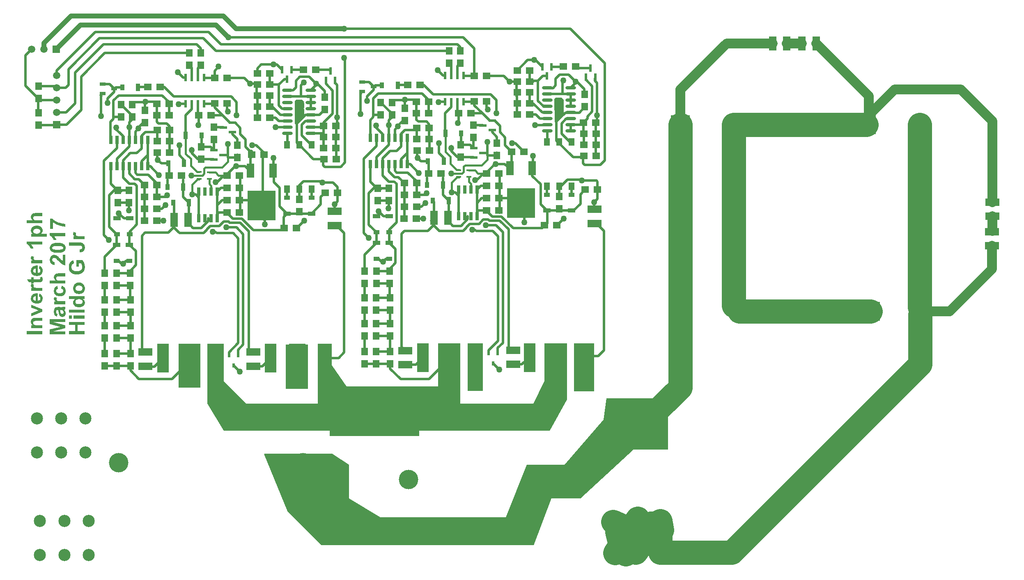
<source format=gtl>
G04 Layer_Physical_Order=1*
G04 Layer_Color=255*
%FSLAX44Y44*%
%MOMM*%
G71*
G01*
G75*
%ADD10R,1.6000X3.0000*%
%ADD11R,5.8000X6.2000*%
%ADD12R,3.0000X1.6500*%
%ADD13R,1.6500X3.0000*%
%ADD14R,1.3970X1.6000*%
G04:AMPARAMS|DCode=15|XSize=1mm|YSize=0.4mm|CornerRadius=0.1mm|HoleSize=0mm|Usage=FLASHONLY|Rotation=0.000|XOffset=0mm|YOffset=0mm|HoleType=Round|Shape=RoundedRectangle|*
%AMROUNDEDRECTD15*
21,1,1.0000,0.2000,0,0,0.0*
21,1,0.8000,0.4000,0,0,0.0*
1,1,0.2000,0.4000,-0.1000*
1,1,0.2000,-0.4000,-0.1000*
1,1,0.2000,-0.4000,0.1000*
1,1,0.2000,0.4000,0.1000*
%
%ADD15ROUNDEDRECTD15*%
%ADD16R,1.6000X1.3970*%
G04:AMPARAMS|DCode=17|XSize=0.91mm|YSize=1.6mm|CornerRadius=0.2275mm|HoleSize=0mm|Usage=FLASHONLY|Rotation=180.000|XOffset=0mm|YOffset=0mm|HoleType=Round|Shape=RoundedRectangle|*
%AMROUNDEDRECTD17*
21,1,0.9100,1.1450,0,0,180.0*
21,1,0.4550,1.6000,0,0,180.0*
1,1,0.4550,-0.2275,0.5725*
1,1,0.4550,0.2275,0.5725*
1,1,0.4550,0.2275,-0.5725*
1,1,0.4550,-0.2275,-0.5725*
%
%ADD17ROUNDEDRECTD17*%
%ADD18R,0.9100X1.2200*%
G04:AMPARAMS|DCode=19|XSize=0.91mm|YSize=1.6mm|CornerRadius=0.2275mm|HoleSize=0mm|Usage=FLASHONLY|Rotation=90.000|XOffset=0mm|YOffset=0mm|HoleType=Round|Shape=RoundedRectangle|*
%AMROUNDEDRECTD19*
21,1,0.9100,1.1450,0,0,90.0*
21,1,0.4550,1.6000,0,0,90.0*
1,1,0.4550,0.5725,0.2275*
1,1,0.4550,0.5725,-0.2275*
1,1,0.4550,-0.5725,-0.2275*
1,1,0.4550,-0.5725,0.2275*
%
%ADD19ROUNDEDRECTD19*%
%ADD20R,1.2200X0.9100*%
%ADD21R,0.6000X1.5500*%
%ADD22R,1.5000X0.6000*%
%ADD23R,2.3900X6.0000*%
%ADD24R,3.4300X6.0000*%
%ADD25R,0.8000X1.7500*%
%ADD26R,1.2000X0.8000*%
%ADD27R,0.6000X0.8500*%
%ADD28R,0.6000X1.5000*%
%ADD29O,2.2000X0.6000*%
%ADD30R,1.2000X1.6000*%
%ADD31C,0.5100*%
%ADD32C,0.4300*%
%ADD33C,5.0000*%
%ADD34C,2.0000*%
%ADD35C,1.0000*%
%ADD36C,2.5000*%
%ADD37C,4.0000*%
%ADD38R,4.0000X4.0000*%
%ADD39R,1.5000X1.5000*%
%ADD40C,1.5000*%
%ADD41R,1.5000X1.5000*%
%ADD42R,2.5000X2.3000*%
%ADD43R,4.0000X2.3000*%
%ADD44C,1.2700*%
G36*
X4606747Y2771817D02*
X4606698Y2771768D01*
X4606601Y2771573D01*
X4606405Y2771231D01*
X4606210Y2770890D01*
X4606064Y2770401D01*
X4605868Y2769913D01*
X4605771Y2769425D01*
X4605722Y2768888D01*
Y2768839D01*
Y2768693D01*
X4605771Y2768448D01*
X4605819Y2768156D01*
X4605917Y2767814D01*
X4606015Y2767423D01*
X4606210Y2767033D01*
X4606454Y2766691D01*
X4606503Y2766642D01*
X4606601Y2766545D01*
X4606796Y2766398D01*
X4607040Y2766203D01*
X4607382Y2765959D01*
X4607870Y2765715D01*
X4608407Y2765471D01*
X4609041Y2765275D01*
X4609139D01*
X4609237Y2765227D01*
X4609432Y2765178D01*
X4609627D01*
X4609920Y2765129D01*
X4610311Y2765080D01*
X4610701Y2765031D01*
X4611190Y2764983D01*
X4611726Y2764934D01*
X4612361Y2764885D01*
X4613093D01*
X4613875Y2764836D01*
X4614753Y2764787D01*
X4623931D01*
Y2758636D01*
X4600693D01*
Y2764348D01*
X4603964D01*
X4603915Y2764397D01*
X4603623Y2764592D01*
X4603232Y2764885D01*
X4602744Y2765227D01*
X4602207Y2765617D01*
X4601719Y2766057D01*
X4601279Y2766545D01*
X4600938Y2766984D01*
X4600889Y2767033D01*
X4600840Y2767179D01*
X4600693Y2767423D01*
X4600547Y2767765D01*
X4600449Y2768156D01*
X4600303Y2768595D01*
X4600254Y2769083D01*
X4600205Y2769620D01*
Y2769669D01*
Y2769718D01*
Y2769962D01*
X4600254Y2770401D01*
X4600352Y2770938D01*
X4600498Y2771524D01*
X4600693Y2772256D01*
X4600986Y2772989D01*
X4601377Y2773721D01*
X4606747Y2771817D01*
D02*
G37*
G36*
X4671403Y2788660D02*
X4657928D01*
X4657196Y2788611D01*
X4656415Y2788562D01*
X4655683Y2788513D01*
X4655048Y2788416D01*
X4654755Y2788318D01*
X4654560Y2788269D01*
X4654511D01*
X4654365Y2788220D01*
X4654218Y2788123D01*
X4653974Y2787976D01*
X4653437Y2787634D01*
X4653193Y2787342D01*
X4652949Y2787049D01*
X4652900Y2787000D01*
X4652852Y2786902D01*
X4652754Y2786707D01*
X4652656Y2786463D01*
X4652559Y2786121D01*
X4652461Y2785731D01*
X4652363Y2785340D01*
Y2784852D01*
Y2784803D01*
Y2784608D01*
X4652412Y2784315D01*
X4652461Y2783924D01*
X4652559Y2783534D01*
X4652705Y2783045D01*
X4652900Y2782606D01*
X4653145Y2782118D01*
X4653193Y2782069D01*
X4653291Y2781923D01*
X4653437Y2781727D01*
X4653681Y2781483D01*
X4654023Y2781190D01*
X4654414Y2780898D01*
X4654853Y2780653D01*
X4655390Y2780409D01*
X4655439D01*
X4655683Y2780312D01*
X4656025Y2780263D01*
X4656464Y2780165D01*
X4657099Y2780067D01*
X4657880Y2779970D01*
X4658759Y2779921D01*
X4659784Y2779872D01*
X4671403D01*
Y2773721D01*
X4639329D01*
Y2779872D01*
X4651192D01*
X4651143Y2779921D01*
X4651045Y2780019D01*
X4650850Y2780165D01*
X4650655Y2780409D01*
X4650362Y2780702D01*
X4650069Y2780995D01*
X4649776Y2781385D01*
X4649434Y2781874D01*
X4648799Y2782899D01*
X4648214Y2784071D01*
X4648018Y2784754D01*
X4647823Y2785438D01*
X4647726Y2786170D01*
X4647677Y2786902D01*
Y2786951D01*
Y2787000D01*
Y2787244D01*
X4647726Y2787683D01*
X4647774Y2788171D01*
X4647872Y2788757D01*
X4648018Y2789441D01*
X4648214Y2790075D01*
X4648506Y2790710D01*
X4648555Y2790807D01*
X4648653Y2791003D01*
X4648799Y2791296D01*
X4649044Y2791686D01*
X4649337Y2792077D01*
X4649678Y2792516D01*
X4650069Y2792956D01*
X4650508Y2793297D01*
X4650557Y2793346D01*
X4650703Y2793444D01*
X4650996Y2793590D01*
X4651289Y2793786D01*
X4651729Y2793981D01*
X4652168Y2794176D01*
X4652705Y2794323D01*
X4653242Y2794469D01*
X4653291D01*
X4653535Y2794518D01*
X4653877Y2794567D01*
X4654365Y2794664D01*
X4654999Y2794713D01*
X4655781Y2794762D01*
X4656757Y2794811D01*
X4671403D01*
Y2788660D01*
D02*
G37*
G36*
X4663787Y2769376D02*
X4663982Y2769327D01*
X4664275Y2769230D01*
X4664617Y2769132D01*
X4665007Y2768986D01*
X4665935Y2768595D01*
X4666960Y2768107D01*
X4668034Y2767472D01*
X4669011Y2766691D01*
X4669450Y2766252D01*
X4669889Y2765764D01*
Y2765715D01*
X4669987Y2765666D01*
X4670085Y2765471D01*
X4670231Y2765275D01*
X4670378Y2765031D01*
X4670573Y2764690D01*
X4670719Y2764299D01*
X4670914Y2763908D01*
X4671110Y2763420D01*
X4671305Y2762883D01*
X4671500Y2762297D01*
X4671647Y2761663D01*
X4671891Y2760247D01*
X4671940Y2759466D01*
X4671989Y2758636D01*
Y2758587D01*
Y2758392D01*
Y2758148D01*
X4671940Y2757806D01*
X4671891Y2757367D01*
X4671842Y2756879D01*
X4671744Y2756342D01*
X4671598Y2755707D01*
X4671207Y2754438D01*
X4670963Y2753754D01*
X4670670Y2753071D01*
X4670280Y2752387D01*
X4669840Y2751753D01*
X4669352Y2751118D01*
X4668815Y2750532D01*
X4668766Y2750483D01*
X4668669Y2750386D01*
X4668474Y2750239D01*
X4668229Y2750044D01*
X4667888Y2749849D01*
X4667497Y2749556D01*
X4667009Y2749312D01*
X4666472Y2749019D01*
X4665886Y2748726D01*
X4665203Y2748482D01*
X4664470Y2748189D01*
X4663689Y2747993D01*
X4662810Y2747798D01*
X4661883Y2747652D01*
X4660907Y2747554D01*
X4659881Y2747505D01*
X4659344D01*
X4658905Y2747554D01*
X4658466Y2747603D01*
X4657880Y2747652D01*
X4657245Y2747749D01*
X4656610Y2747896D01*
X4655146Y2748238D01*
X4654414Y2748482D01*
X4653681Y2748775D01*
X4652900Y2749117D01*
X4652217Y2749556D01*
X4651533Y2749995D01*
X4650899Y2750532D01*
X4650850Y2750581D01*
X4650752Y2750679D01*
X4650606Y2750825D01*
X4650410Y2751069D01*
X4650166Y2751411D01*
X4649873Y2751753D01*
X4649581Y2752192D01*
X4649288Y2752680D01*
X4648995Y2753266D01*
X4648702Y2753852D01*
X4648409Y2754535D01*
X4648165Y2755268D01*
X4647970Y2756049D01*
X4647823Y2756879D01*
X4647726Y2757806D01*
X4647677Y2758734D01*
Y2758782D01*
Y2758929D01*
Y2759124D01*
X4647726Y2759417D01*
Y2759808D01*
X4647774Y2760198D01*
X4647921Y2761175D01*
X4648116Y2762249D01*
X4648458Y2763372D01*
X4648897Y2764445D01*
X4649532Y2765471D01*
Y2765519D01*
X4649630Y2765568D01*
X4649873Y2765910D01*
X4650313Y2766349D01*
X4650899Y2766886D01*
X4651680Y2767472D01*
X4652607Y2768107D01*
X4653730Y2768644D01*
X4655048Y2769132D01*
X4656122Y2763079D01*
X4656025D01*
X4655829Y2763030D01*
X4655536Y2762932D01*
X4655146Y2762786D01*
X4654707Y2762590D01*
X4654267Y2762346D01*
X4653828Y2762054D01*
X4653437Y2761663D01*
X4653388Y2761614D01*
X4653291Y2761468D01*
X4653145Y2761223D01*
X4652949Y2760930D01*
X4652803Y2760491D01*
X4652656Y2760003D01*
X4652559Y2759466D01*
X4652510Y2758831D01*
Y2758782D01*
Y2758734D01*
Y2758441D01*
X4652607Y2758050D01*
X4652705Y2757513D01*
X4652900Y2756927D01*
X4653193Y2756342D01*
X4653584Y2755707D01*
X4654121Y2755170D01*
X4654218Y2755121D01*
X4654414Y2754975D01*
X4654804Y2754731D01*
X4655390Y2754486D01*
X4656122Y2754242D01*
X4657050Y2753998D01*
X4658124Y2753852D01*
X4658759Y2753803D01*
X4660125D01*
X4660467Y2753852D01*
X4660858Y2753900D01*
X4661736Y2753998D01*
X4662713Y2754145D01*
X4663640Y2754389D01*
X4664568Y2754731D01*
X4664958Y2754926D01*
X4665300Y2755170D01*
X4665349Y2755219D01*
X4665544Y2755414D01*
X4665837Y2755707D01*
X4666130Y2756146D01*
X4666423Y2756683D01*
X4666716Y2757318D01*
X4666911Y2758050D01*
X4666960Y2758880D01*
Y2758978D01*
Y2759173D01*
X4666911Y2759515D01*
X4666814Y2759905D01*
X4666716Y2760345D01*
X4666570Y2760833D01*
X4666325Y2761321D01*
X4665984Y2761760D01*
X4665935Y2761809D01*
X4665788Y2761956D01*
X4665544Y2762151D01*
X4665203Y2762395D01*
X4664714Y2762639D01*
X4664129Y2762932D01*
X4663396Y2763176D01*
X4662567Y2763372D01*
X4663592Y2769425D01*
X4663640D01*
X4663787Y2769376D01*
D02*
G37*
G36*
X4623931Y2696685D02*
X4610848D01*
X4610115Y2696636D01*
X4609286Y2696587D01*
X4608504Y2696490D01*
X4607821Y2696392D01*
X4607528Y2696343D01*
X4607284Y2696246D01*
X4607235D01*
X4607089Y2696197D01*
X4606893Y2696099D01*
X4606649Y2695953D01*
X4606064Y2695562D01*
X4605526Y2694976D01*
X4605478Y2694927D01*
X4605429Y2694830D01*
X4605331Y2694635D01*
X4605185Y2694391D01*
X4605087Y2694098D01*
X4604990Y2693707D01*
X4604941Y2693317D01*
X4604892Y2692877D01*
Y2692828D01*
Y2692584D01*
X4604941Y2692291D01*
X4604990Y2691901D01*
X4605087Y2691461D01*
X4605282Y2690973D01*
X4605478Y2690485D01*
X4605771Y2689997D01*
X4605819Y2689948D01*
X4605917Y2689802D01*
X4606112Y2689606D01*
X4606405Y2689313D01*
X4606747Y2689069D01*
X4607137Y2688776D01*
X4607577Y2688483D01*
X4608114Y2688288D01*
X4608163D01*
X4608407Y2688239D01*
X4608748Y2688142D01*
X4609286Y2688093D01*
X4609627Y2688044D01*
X4610018Y2687995D01*
X4610457Y2687946D01*
X4610945Y2687898D01*
X4611483D01*
X4612068Y2687849D01*
X4623931D01*
Y2681698D01*
X4600693D01*
Y2687409D01*
X4604111D01*
X4604062Y2687458D01*
X4603964Y2687556D01*
X4603769Y2687702D01*
X4603476Y2687946D01*
X4603183Y2688239D01*
X4602890Y2688630D01*
X4602500Y2689020D01*
X4602158Y2689509D01*
X4601816Y2690045D01*
X4601426Y2690583D01*
X4601133Y2691217D01*
X4600791Y2691901D01*
X4600547Y2692633D01*
X4600352Y2693365D01*
X4600254Y2694195D01*
X4600205Y2695025D01*
Y2695123D01*
Y2695367D01*
X4600254Y2695757D01*
X4600303Y2696246D01*
X4600400Y2696831D01*
X4600498Y2697466D01*
X4600693Y2698101D01*
X4600938Y2698735D01*
X4600986Y2698833D01*
X4601084Y2699028D01*
X4601230Y2699321D01*
X4601426Y2699663D01*
X4601719Y2700102D01*
X4602061Y2700493D01*
X4602402Y2700932D01*
X4602841Y2701274D01*
X4602890Y2701323D01*
X4603037Y2701420D01*
X4603281Y2701567D01*
X4603574Y2701762D01*
X4603964Y2701957D01*
X4604404Y2702153D01*
X4604892Y2702348D01*
X4605429Y2702495D01*
X4605478D01*
X4605673Y2702543D01*
X4606015Y2702592D01*
X4606454Y2702690D01*
X4607040Y2702739D01*
X4607772Y2702787D01*
X4608602Y2702836D01*
X4623931D01*
Y2696685D01*
D02*
G37*
G36*
X4623687Y2787390D02*
X4623785Y2787097D01*
X4623931Y2786658D01*
X4624077Y2786072D01*
X4624224Y2785340D01*
X4624371Y2784510D01*
X4624468Y2783582D01*
X4624517Y2782606D01*
Y2782557D01*
Y2782313D01*
X4624468Y2782020D01*
Y2781630D01*
X4624371Y2781141D01*
X4624273Y2780653D01*
X4624175Y2780116D01*
X4623980Y2779628D01*
X4623931Y2779579D01*
X4623882Y2779433D01*
X4623785Y2779189D01*
X4623589Y2778896D01*
X4623150Y2778261D01*
X4622857Y2777920D01*
X4622564Y2777675D01*
X4622515Y2777627D01*
X4622418Y2777578D01*
X4622174Y2777480D01*
X4621930Y2777334D01*
X4621539Y2777187D01*
X4621148Y2777041D01*
X4620660Y2776943D01*
X4620123Y2776845D01*
X4620074D01*
X4619879Y2776797D01*
X4619586D01*
X4619196Y2776748D01*
X4618610Y2776699D01*
X4617829D01*
X4616901Y2776650D01*
X4605575D01*
Y2773819D01*
X4600693D01*
Y2776650D01*
X4596104D01*
X4592492Y2782801D01*
X4600693D01*
Y2787000D01*
X4605575D01*
Y2782801D01*
X4616511D01*
X4617097Y2782850D01*
X4618073D01*
X4618268Y2782899D01*
X4618463D01*
X4618659Y2782997D01*
X4618903Y2783192D01*
X4619147Y2783436D01*
X4619196Y2783534D01*
X4619294Y2783729D01*
X4619391Y2784071D01*
X4619440Y2784461D01*
Y2784510D01*
Y2784608D01*
X4619391Y2784803D01*
X4619342Y2785096D01*
X4619294Y2785438D01*
X4619196Y2785877D01*
X4619049Y2786365D01*
X4618854Y2786951D01*
X4623638Y2787488D01*
X4623687Y2787390D01*
D02*
G37*
G36*
X4706767Y2822247D02*
X4707011Y2821954D01*
X4707353Y2821515D01*
X4707841Y2820831D01*
X4708378Y2820001D01*
X4708964Y2818976D01*
X4709550Y2817804D01*
X4710135Y2816437D01*
Y2816389D01*
X4710184Y2816242D01*
X4710282Y2816047D01*
X4710380Y2815754D01*
X4710477Y2815412D01*
X4710575Y2815022D01*
X4710721Y2814534D01*
X4710868Y2813997D01*
X4711112Y2812825D01*
X4711356Y2811507D01*
X4711551Y2810091D01*
X4711600Y2808626D01*
Y2808578D01*
Y2808382D01*
Y2808138D01*
X4711551Y2807797D01*
Y2807357D01*
X4711502Y2806820D01*
X4711405Y2806283D01*
X4711356Y2805648D01*
X4711063Y2804282D01*
X4710721Y2802817D01*
X4710184Y2801304D01*
X4709891Y2800571D01*
X4709501Y2799839D01*
X4709452Y2799790D01*
X4709403Y2799693D01*
X4709257Y2799497D01*
X4709110Y2799253D01*
X4708915Y2798911D01*
X4708622Y2798570D01*
X4707939Y2797740D01*
X4707109Y2796861D01*
X4706083Y2795934D01*
X4704863Y2795055D01*
X4703496Y2794274D01*
X4703447D01*
X4703301Y2794176D01*
X4703105Y2794127D01*
X4702812Y2793981D01*
X4702422Y2793835D01*
X4701983Y2793688D01*
X4701494Y2793542D01*
X4700958Y2793346D01*
X4700323Y2793151D01*
X4699639Y2793004D01*
X4698224Y2792711D01*
X4696613Y2792516D01*
X4694904Y2792419D01*
X4694416D01*
X4694074Y2792468D01*
X4693635D01*
X4693098Y2792516D01*
X4692561Y2792614D01*
X4691926Y2792663D01*
X4690559Y2792907D01*
X4689046Y2793297D01*
X4687532Y2793786D01*
X4686019Y2794469D01*
X4685970Y2794518D01*
X4685824Y2794567D01*
X4685628Y2794713D01*
X4685384Y2794860D01*
X4685043Y2795104D01*
X4684652Y2795348D01*
X4683822Y2796031D01*
X4682846Y2796910D01*
X4681820Y2797935D01*
X4680893Y2799204D01*
X4680014Y2800620D01*
Y2800669D01*
X4679966Y2800767D01*
X4679868Y2800913D01*
X4679770Y2801157D01*
X4679624Y2801499D01*
X4679526Y2801841D01*
X4679380Y2802280D01*
X4679184Y2802719D01*
X4679038Y2803257D01*
X4678891Y2803842D01*
X4678794Y2804477D01*
X4678647Y2805161D01*
X4678452Y2806625D01*
X4678403Y2808285D01*
Y2808334D01*
Y2808529D01*
Y2808871D01*
X4678452Y2809261D01*
X4678501Y2809749D01*
X4678550Y2810335D01*
X4678599Y2810970D01*
X4678696Y2811702D01*
X4679038Y2813167D01*
X4679477Y2814729D01*
X4679770Y2815461D01*
X4680112Y2816194D01*
X4680502Y2816926D01*
X4680942Y2817560D01*
X4680991Y2817609D01*
X4681039Y2817707D01*
X4681186Y2817902D01*
X4681381Y2818097D01*
X4681674Y2818390D01*
X4681967Y2818683D01*
X4682309Y2819025D01*
X4682748Y2819366D01*
X4683188Y2819757D01*
X4683724Y2820099D01*
X4684261Y2820490D01*
X4684896Y2820831D01*
X4686214Y2821417D01*
X4686995Y2821710D01*
X4687776Y2821905D01*
X4688997Y2815461D01*
X4688948D01*
X4688899Y2815412D01*
X4688606Y2815315D01*
X4688167Y2815168D01*
X4687630Y2814875D01*
X4687044Y2814534D01*
X4686458Y2814094D01*
X4685824Y2813557D01*
X4685287Y2812922D01*
X4685238Y2812825D01*
X4685091Y2812581D01*
X4684847Y2812190D01*
X4684603Y2811653D01*
X4684359Y2810970D01*
X4684115Y2810189D01*
X4683969Y2809261D01*
X4683920Y2808285D01*
Y2808236D01*
Y2808090D01*
Y2807894D01*
X4683969Y2807601D01*
X4684017Y2807211D01*
X4684066Y2806820D01*
X4684261Y2805844D01*
X4684603Y2804770D01*
X4685091Y2803647D01*
X4685384Y2803110D01*
X4685726Y2802573D01*
X4686165Y2802036D01*
X4686654Y2801548D01*
X4686702Y2801499D01*
X4686800Y2801450D01*
X4686946Y2801304D01*
X4687142Y2801157D01*
X4687435Y2800962D01*
X4687776Y2800767D01*
X4688167Y2800571D01*
X4688655Y2800327D01*
X4689192Y2800083D01*
X4689778Y2799888D01*
X4690461Y2799693D01*
X4691145Y2799497D01*
X4691926Y2799351D01*
X4692805Y2799204D01*
X4693683Y2799156D01*
X4694660Y2799107D01*
X4695197D01*
X4695587Y2799156D01*
X4696076Y2799204D01*
X4696613Y2799253D01*
X4697198Y2799302D01*
X4697882Y2799400D01*
X4699249Y2799693D01*
X4700714Y2800181D01*
X4701397Y2800425D01*
X4702032Y2800767D01*
X4702666Y2801157D01*
X4703252Y2801597D01*
X4703301Y2801646D01*
X4703350Y2801694D01*
X4703496Y2801841D01*
X4703691Y2802036D01*
X4703887Y2802329D01*
X4704131Y2802622D01*
X4704424Y2802964D01*
X4704668Y2803403D01*
X4705205Y2804330D01*
X4705644Y2805453D01*
X4705840Y2806088D01*
X4705937Y2806772D01*
X4706035Y2807504D01*
X4706083Y2808236D01*
Y2808334D01*
Y2808578D01*
X4706035Y2808968D01*
X4705986Y2809505D01*
X4705888Y2810091D01*
X4705742Y2810775D01*
X4705547Y2811507D01*
X4705302Y2812288D01*
X4705254Y2812386D01*
X4705156Y2812630D01*
X4705009Y2813020D01*
X4704765Y2813508D01*
X4704472Y2814045D01*
X4704131Y2814631D01*
X4703789Y2815217D01*
X4703350Y2815803D01*
X4699249D01*
Y2808431D01*
X4693830D01*
Y2822345D01*
X4706669D01*
X4706767Y2822247D01*
D02*
G37*
G36*
X4606747Y2829033D02*
X4606698Y2828984D01*
X4606601Y2828789D01*
X4606405Y2828447D01*
X4606210Y2828105D01*
X4606064Y2827617D01*
X4605868Y2827129D01*
X4605771Y2826641D01*
X4605722Y2826104D01*
Y2826055D01*
Y2825908D01*
X4605771Y2825664D01*
X4605819Y2825371D01*
X4605917Y2825030D01*
X4606015Y2824639D01*
X4606210Y2824248D01*
X4606454Y2823907D01*
X4606503Y2823858D01*
X4606601Y2823760D01*
X4606796Y2823614D01*
X4607040Y2823419D01*
X4607382Y2823174D01*
X4607870Y2822930D01*
X4608407Y2822686D01*
X4609041Y2822491D01*
X4609139D01*
X4609237Y2822442D01*
X4609432Y2822393D01*
X4609627D01*
X4609920Y2822345D01*
X4610311Y2822296D01*
X4610701Y2822247D01*
X4611190Y2822198D01*
X4611726Y2822149D01*
X4612361Y2822101D01*
X4613093D01*
X4613875Y2822052D01*
X4614753Y2822003D01*
X4623931D01*
Y2815852D01*
X4600693D01*
Y2821563D01*
X4603964D01*
X4603915Y2821612D01*
X4603623Y2821808D01*
X4603232Y2822101D01*
X4602744Y2822442D01*
X4602207Y2822833D01*
X4601719Y2823272D01*
X4601279Y2823760D01*
X4600938Y2824200D01*
X4600889Y2824248D01*
X4600840Y2824395D01*
X4600693Y2824639D01*
X4600547Y2824981D01*
X4600449Y2825371D01*
X4600303Y2825811D01*
X4600254Y2826299D01*
X4600205Y2826836D01*
Y2826885D01*
Y2826934D01*
Y2827178D01*
X4600254Y2827617D01*
X4600352Y2828154D01*
X4600498Y2828740D01*
X4600693Y2829472D01*
X4600986Y2830204D01*
X4601377Y2830937D01*
X4606747Y2829033D01*
D02*
G37*
G36*
X4614119Y2795738D02*
X4614363D01*
X4614558Y2795787D01*
X4615095Y2795836D01*
X4615681Y2795934D01*
X4616413Y2796129D01*
X4617097Y2796373D01*
X4617780Y2796715D01*
X4618415Y2797203D01*
X4618463Y2797252D01*
X4618659Y2797447D01*
X4618903Y2797740D01*
X4619147Y2798179D01*
X4619440Y2798668D01*
X4619684Y2799302D01*
X4619879Y2799986D01*
X4619928Y2800718D01*
Y2800767D01*
Y2800962D01*
X4619879Y2801255D01*
X4619830Y2801597D01*
X4619733Y2801938D01*
X4619586Y2802378D01*
X4619391Y2802768D01*
X4619147Y2803159D01*
X4619098Y2803208D01*
X4619001Y2803305D01*
X4618805Y2803500D01*
X4618512Y2803696D01*
X4618170Y2803940D01*
X4617731Y2804233D01*
X4617243Y2804477D01*
X4616608Y2804672D01*
X4617634Y2810775D01*
X4617682D01*
X4617780Y2810726D01*
X4617975Y2810628D01*
X4618170Y2810530D01*
X4618463Y2810433D01*
X4618805Y2810237D01*
X4619537Y2809847D01*
X4620367Y2809310D01*
X4621197Y2808675D01*
X4622027Y2807894D01*
X4622759Y2807015D01*
Y2806967D01*
X4622857Y2806918D01*
X4622906Y2806772D01*
X4623052Y2806576D01*
X4623150Y2806332D01*
X4623297Y2805990D01*
X4623638Y2805258D01*
X4623980Y2804330D01*
X4624224Y2803257D01*
X4624419Y2802036D01*
X4624517Y2800669D01*
Y2800620D01*
Y2800425D01*
X4624468Y2800083D01*
Y2799693D01*
X4624371Y2799156D01*
X4624322Y2798618D01*
X4624175Y2797984D01*
X4624029Y2797300D01*
X4623834Y2796568D01*
X4623541Y2795836D01*
X4623248Y2795055D01*
X4622857Y2794323D01*
X4622418Y2793590D01*
X4621881Y2792907D01*
X4621246Y2792272D01*
X4620563Y2791686D01*
X4620514D01*
X4620416Y2791589D01*
X4620221Y2791491D01*
X4619977Y2791345D01*
X4619684Y2791149D01*
X4619294Y2790954D01*
X4618854Y2790759D01*
X4618366Y2790563D01*
X4617829Y2790368D01*
X4617194Y2790173D01*
X4616559Y2789978D01*
X4615827Y2789782D01*
X4614265Y2789538D01*
X4613435Y2789489D01*
X4612556Y2789441D01*
X4612019D01*
X4611580Y2789489D01*
X4611141Y2789538D01*
X4610555Y2789587D01*
X4609920Y2789685D01*
X4609286Y2789831D01*
X4607821Y2790173D01*
X4607089Y2790417D01*
X4606308Y2790710D01*
X4605575Y2791052D01*
X4604843Y2791442D01*
X4604160Y2791882D01*
X4603525Y2792419D01*
X4603476Y2792468D01*
X4603379Y2792565D01*
X4603232Y2792711D01*
X4602988Y2792956D01*
X4602744Y2793249D01*
X4602451Y2793639D01*
X4602158Y2794030D01*
X4601865Y2794518D01*
X4601572Y2795055D01*
X4601230Y2795592D01*
X4600986Y2796227D01*
X4600742Y2796910D01*
X4600498Y2797642D01*
X4600352Y2798375D01*
X4600254Y2799204D01*
X4600205Y2800034D01*
Y2800083D01*
Y2800279D01*
Y2800522D01*
X4600254Y2800913D01*
X4600303Y2801353D01*
X4600400Y2801841D01*
X4600498Y2802426D01*
X4600645Y2803012D01*
X4600840Y2803647D01*
X4601035Y2804330D01*
X4601328Y2805014D01*
X4601670Y2805697D01*
X4602061Y2806381D01*
X4602549Y2807015D01*
X4603037Y2807650D01*
X4603671Y2808236D01*
X4603720Y2808285D01*
X4603818Y2808382D01*
X4604013Y2808529D01*
X4604306Y2808724D01*
X4604697Y2808919D01*
X4605136Y2809164D01*
X4605624Y2809456D01*
X4606259Y2809701D01*
X4606942Y2809993D01*
X4607723Y2810237D01*
X4608602Y2810482D01*
X4609530Y2810726D01*
X4610555Y2810872D01*
X4611629Y2811019D01*
X4612849Y2811116D01*
X4614119D01*
Y2795738D01*
D02*
G37*
G36*
X4711014Y2688337D02*
X4697003D01*
Y2675693D01*
X4711014D01*
Y2669200D01*
X4678940D01*
Y2675693D01*
X4691584D01*
Y2688337D01*
X4678940D01*
Y2694830D01*
X4711014D01*
Y2688337D01*
D02*
G37*
G36*
Y2741940D02*
X4707646D01*
X4707743Y2741891D01*
X4707987Y2741696D01*
X4708329Y2741354D01*
X4708769Y2740964D01*
X4709208Y2740475D01*
X4709745Y2739890D01*
X4710184Y2739255D01*
X4710623Y2738523D01*
X4710672Y2738425D01*
X4710770Y2738181D01*
X4710916Y2737839D01*
X4711112Y2737351D01*
X4711307Y2736765D01*
X4711454Y2736082D01*
X4711551Y2735398D01*
X4711600Y2734666D01*
Y2734617D01*
Y2734471D01*
Y2734276D01*
X4711551Y2733983D01*
X4711502Y2733641D01*
X4711405Y2733250D01*
X4711209Y2732323D01*
X4710819Y2731249D01*
X4710575Y2730663D01*
X4710233Y2730077D01*
X4709891Y2729491D01*
X4709452Y2728954D01*
X4708964Y2728369D01*
X4708378Y2727831D01*
X4708329Y2727783D01*
X4708232Y2727734D01*
X4708036Y2727587D01*
X4707792Y2727392D01*
X4707450Y2727197D01*
X4707060Y2726953D01*
X4706572Y2726660D01*
X4706035Y2726416D01*
X4705449Y2726172D01*
X4704765Y2725879D01*
X4704033Y2725634D01*
X4703203Y2725439D01*
X4702373Y2725244D01*
X4701446Y2725146D01*
X4700421Y2725049D01*
X4699395Y2725000D01*
X4698810D01*
X4698419Y2725049D01*
X4697931Y2725097D01*
X4697345Y2725146D01*
X4696710Y2725244D01*
X4696076Y2725341D01*
X4694611Y2725683D01*
X4693098Y2726172D01*
X4692365Y2726465D01*
X4691682Y2726855D01*
X4690999Y2727245D01*
X4690413Y2727734D01*
X4690364Y2727783D01*
X4690266Y2727880D01*
X4690120Y2728027D01*
X4689925Y2728222D01*
X4689680Y2728515D01*
X4689436Y2728857D01*
X4689143Y2729247D01*
X4688850Y2729638D01*
X4688557Y2730126D01*
X4688264Y2730663D01*
X4687776Y2731883D01*
X4687581Y2732518D01*
X4687435Y2733250D01*
X4687337Y2733983D01*
X4687288Y2734763D01*
Y2734813D01*
Y2734959D01*
Y2735154D01*
X4687337Y2735398D01*
X4687386Y2735740D01*
X4687484Y2736131D01*
X4687679Y2737058D01*
X4688069Y2738083D01*
X4688362Y2738669D01*
X4688655Y2739255D01*
X4689046Y2739792D01*
X4689485Y2740378D01*
X4689973Y2740964D01*
X4690559Y2741501D01*
X4678940D01*
Y2747652D01*
X4711014D01*
Y2741940D01*
D02*
G37*
G36*
X4671403Y2720655D02*
X4671354D01*
X4671305Y2720606D01*
X4671158Y2720557D01*
X4670963Y2720509D01*
X4670719Y2720411D01*
X4670426Y2720265D01*
X4670036Y2720167D01*
X4669645Y2720020D01*
X4669547D01*
X4669352Y2719923D01*
X4669108Y2719874D01*
X4668913Y2719825D01*
X4668962Y2719776D01*
X4669157Y2719532D01*
X4669450Y2719239D01*
X4669792Y2718800D01*
X4670182Y2718312D01*
X4670573Y2717726D01*
X4670914Y2717140D01*
X4671256Y2716457D01*
X4671305Y2716359D01*
X4671354Y2716164D01*
X4671500Y2715773D01*
X4671598Y2715285D01*
X4671744Y2714748D01*
X4671891Y2714113D01*
X4671940Y2713381D01*
X4671989Y2712649D01*
Y2712600D01*
Y2712502D01*
Y2712307D01*
X4671940Y2712063D01*
Y2711770D01*
X4671891Y2711379D01*
X4671744Y2710598D01*
X4671500Y2709671D01*
X4671207Y2708743D01*
X4670719Y2707816D01*
X4670085Y2706986D01*
X4669987Y2706888D01*
X4669743Y2706644D01*
X4669303Y2706351D01*
X4668718Y2705961D01*
X4667985Y2705570D01*
X4667155Y2705277D01*
X4666179Y2705033D01*
X4665105Y2704935D01*
X4664763D01*
X4664421Y2704984D01*
X4663933Y2705033D01*
X4663396Y2705179D01*
X4662810Y2705326D01*
X4662225Y2705570D01*
X4661639Y2705863D01*
X4661590Y2705912D01*
X4661395Y2706058D01*
X4661102Y2706253D01*
X4660760Y2706546D01*
X4660370Y2706888D01*
X4659979Y2707328D01*
X4659588Y2707864D01*
X4659247Y2708450D01*
X4659198Y2708548D01*
X4659100Y2708792D01*
X4658954Y2709183D01*
X4658759Y2709720D01*
X4658514Y2710403D01*
X4658270Y2711233D01*
X4658026Y2712209D01*
X4657782Y2713332D01*
Y2713381D01*
X4657733Y2713528D01*
X4657685Y2713723D01*
X4657636Y2714016D01*
X4657587Y2714406D01*
X4657489Y2714797D01*
X4657294Y2715724D01*
X4657050Y2716701D01*
X4656806Y2717677D01*
X4656562Y2718605D01*
X4656415Y2718995D01*
X4656269Y2719337D01*
X4655390D01*
X4655097Y2719288D01*
X4654707Y2719239D01*
X4654267Y2719142D01*
X4653877Y2718947D01*
X4653486Y2718751D01*
X4653145Y2718458D01*
X4653095Y2718409D01*
X4652998Y2718263D01*
X4652900Y2718068D01*
X4652754Y2717726D01*
X4652607Y2717286D01*
X4652461Y2716701D01*
X4652412Y2715968D01*
X4652363Y2715139D01*
Y2715090D01*
Y2714846D01*
X4652412Y2714553D01*
X4652461Y2714211D01*
X4652656Y2713332D01*
X4652803Y2712942D01*
X4653047Y2712551D01*
X4653095Y2712502D01*
X4653193Y2712404D01*
X4653340Y2712209D01*
X4653584Y2712014D01*
X4653877Y2711770D01*
X4654267Y2711526D01*
X4654755Y2711282D01*
X4655292Y2711086D01*
X4654267Y2705570D01*
X4654218D01*
X4654121Y2705619D01*
X4653925Y2705668D01*
X4653730Y2705765D01*
X4653145Y2706010D01*
X4652412Y2706302D01*
X4651582Y2706742D01*
X4650801Y2707328D01*
X4650020Y2708011D01*
X4649337Y2708792D01*
Y2708841D01*
X4649288Y2708890D01*
X4649190Y2709036D01*
X4649092Y2709231D01*
X4648946Y2709475D01*
X4648799Y2709768D01*
X4648653Y2710110D01*
X4648506Y2710501D01*
X4648360Y2710940D01*
X4648214Y2711477D01*
X4648067Y2712014D01*
X4647921Y2712649D01*
X4647823Y2713283D01*
X4647726Y2714016D01*
X4647677Y2714748D01*
Y2715578D01*
Y2715627D01*
Y2715773D01*
Y2715968D01*
Y2716261D01*
X4647726Y2716603D01*
Y2716994D01*
X4647774Y2717921D01*
X4647921Y2718897D01*
X4648067Y2719923D01*
X4648311Y2720899D01*
X4648458Y2721339D01*
X4648653Y2721729D01*
X4648702Y2721827D01*
X4648848Y2722071D01*
X4649044Y2722412D01*
X4649337Y2722852D01*
X4649678Y2723291D01*
X4650117Y2723779D01*
X4650606Y2724219D01*
X4651143Y2724561D01*
X4651192Y2724609D01*
X4651436Y2724707D01*
X4651826Y2724805D01*
X4652412Y2725000D01*
X4652754Y2725049D01*
X4653145Y2725146D01*
X4653584Y2725195D01*
X4654121Y2725244D01*
X4654658Y2725293D01*
X4655292Y2725341D01*
X4655927Y2725390D01*
X4656659D01*
X4663787Y2725293D01*
X4664812D01*
X4665496Y2725341D01*
X4666228D01*
X4667009Y2725439D01*
X4667692Y2725488D01*
X4668327Y2725586D01*
X4668376D01*
X4668571Y2725634D01*
X4668864Y2725732D01*
X4669254Y2725830D01*
X4669694Y2725976D01*
X4670231Y2726172D01*
X4670768Y2726416D01*
X4671403Y2726708D01*
Y2720655D01*
D02*
G37*
G36*
X4623931Y2721046D02*
Y2715529D01*
X4600693Y2706156D01*
Y2712600D01*
X4612556Y2716994D01*
X4616559Y2718263D01*
X4616511D01*
X4616316Y2718361D01*
X4616071Y2718409D01*
X4615730Y2718507D01*
X4615095Y2718751D01*
X4614802Y2718849D01*
X4614558Y2718897D01*
X4614509D01*
X4614412Y2718947D01*
X4614216Y2718995D01*
X4613923Y2719093D01*
X4613289Y2719288D01*
X4612556Y2719532D01*
X4600693Y2723975D01*
Y2730272D01*
X4623931Y2721046D01*
D02*
G37*
G36*
X4711014Y2713918D02*
X4678940D01*
Y2720069D01*
X4711014D01*
Y2713918D01*
D02*
G37*
G36*
X4654218Y2744332D02*
X4654170Y2744283D01*
X4654072Y2744088D01*
X4653877Y2743746D01*
X4653681Y2743405D01*
X4653535Y2742916D01*
X4653340Y2742428D01*
X4653242Y2741940D01*
X4653193Y2741403D01*
Y2741354D01*
Y2741208D01*
X4653242Y2740964D01*
X4653291Y2740671D01*
X4653388Y2740329D01*
X4653486Y2739938D01*
X4653681Y2739548D01*
X4653925Y2739206D01*
X4653974Y2739157D01*
X4654072Y2739060D01*
X4654267Y2738913D01*
X4654511Y2738718D01*
X4654853Y2738474D01*
X4655341Y2738230D01*
X4655878Y2737986D01*
X4656513Y2737791D01*
X4656610D01*
X4656708Y2737742D01*
X4656903Y2737693D01*
X4657099D01*
X4657392Y2737644D01*
X4657782Y2737595D01*
X4658173Y2737546D01*
X4658661Y2737498D01*
X4659198Y2737449D01*
X4659832Y2737400D01*
X4660565D01*
X4661346Y2737351D01*
X4662225Y2737302D01*
X4671403D01*
Y2731151D01*
X4648165D01*
Y2736863D01*
X4651436D01*
X4651387Y2736912D01*
X4651094Y2737107D01*
X4650703Y2737400D01*
X4650215Y2737742D01*
X4649678Y2738132D01*
X4649190Y2738571D01*
X4648751Y2739060D01*
X4648409Y2739499D01*
X4648360Y2739548D01*
X4648311Y2739694D01*
X4648165Y2739938D01*
X4648018Y2740280D01*
X4647921Y2740671D01*
X4647774Y2741110D01*
X4647726Y2741598D01*
X4647677Y2742135D01*
Y2742184D01*
Y2742233D01*
Y2742477D01*
X4647726Y2742916D01*
X4647823Y2743453D01*
X4647970Y2744039D01*
X4648165Y2744771D01*
X4648458Y2745504D01*
X4648848Y2746236D01*
X4654218Y2744332D01*
D02*
G37*
G36*
X4684603Y2701469D02*
X4678940D01*
Y2707621D01*
X4684603D01*
Y2701469D01*
D02*
G37*
G36*
X4700274Y2776113D02*
X4700714Y2776064D01*
X4701250Y2775967D01*
X4701836Y2775869D01*
X4702471Y2775723D01*
X4703154Y2775576D01*
X4703838Y2775332D01*
X4704570Y2775039D01*
X4705302Y2774746D01*
X4706035Y2774307D01*
X4706767Y2773867D01*
X4707450Y2773330D01*
X4708134Y2772745D01*
X4708183Y2772696D01*
X4708280Y2772598D01*
X4708476Y2772403D01*
X4708671Y2772159D01*
X4708915Y2771817D01*
X4709208Y2771427D01*
X4709550Y2770938D01*
X4709843Y2770401D01*
X4710184Y2769815D01*
X4710526Y2769181D01*
X4710819Y2768497D01*
X4711063Y2767716D01*
X4711258Y2766935D01*
X4711454Y2766057D01*
X4711551Y2765129D01*
X4711600Y2764201D01*
Y2764153D01*
Y2764055D01*
Y2763908D01*
Y2763665D01*
X4711551Y2763372D01*
X4711502Y2763030D01*
X4711405Y2762249D01*
X4711258Y2761321D01*
X4711014Y2760296D01*
X4710672Y2759222D01*
X4710184Y2758148D01*
Y2758099D01*
X4710135Y2758001D01*
X4710038Y2757855D01*
X4709891Y2757660D01*
X4709550Y2757172D01*
X4709110Y2756537D01*
X4708524Y2755804D01*
X4707792Y2755072D01*
X4706913Y2754389D01*
X4705937Y2753754D01*
X4705888D01*
X4705791Y2753705D01*
X4705644Y2753608D01*
X4705449Y2753510D01*
X4705156Y2753412D01*
X4704863Y2753315D01*
X4704472Y2753168D01*
X4704033Y2753022D01*
X4703057Y2752778D01*
X4701885Y2752534D01*
X4700567Y2752338D01*
X4699151Y2752290D01*
X4698858D01*
X4698614Y2752338D01*
X4698370D01*
X4698028Y2752387D01*
X4697247Y2752485D01*
X4696320Y2752631D01*
X4695343Y2752924D01*
X4694269Y2753266D01*
X4693195Y2753754D01*
X4693146D01*
X4693049Y2753803D01*
X4692903Y2753900D01*
X4692707Y2754047D01*
X4692219Y2754389D01*
X4691584Y2754877D01*
X4690852Y2755463D01*
X4690120Y2756195D01*
X4689436Y2757025D01*
X4688802Y2758001D01*
Y2758050D01*
X4688753Y2758148D01*
X4688655Y2758294D01*
X4688557Y2758490D01*
X4688460Y2758734D01*
X4688313Y2759075D01*
X4688021Y2759808D01*
X4687776Y2760735D01*
X4687532Y2761809D01*
X4687337Y2762932D01*
X4687288Y2764201D01*
Y2764250D01*
Y2764445D01*
Y2764690D01*
X4687337Y2765080D01*
X4687386Y2765519D01*
X4687484Y2766057D01*
X4687581Y2766594D01*
X4687728Y2767228D01*
X4687923Y2767912D01*
X4688118Y2768595D01*
X4688411Y2769327D01*
X4688753Y2770011D01*
X4689143Y2770743D01*
X4689631Y2771476D01*
X4690120Y2772159D01*
X4690754Y2772794D01*
X4690803Y2772842D01*
X4690901Y2772940D01*
X4691096Y2773087D01*
X4691389Y2773330D01*
X4691682Y2773575D01*
X4692121Y2773867D01*
X4692561Y2774160D01*
X4693098Y2774502D01*
X4693732Y2774795D01*
X4694367Y2775088D01*
X4695099Y2775381D01*
X4695832Y2775625D01*
X4696661Y2775869D01*
X4697540Y2776016D01*
X4698419Y2776113D01*
X4699395Y2776162D01*
X4699883D01*
X4700274Y2776113D01*
D02*
G37*
G36*
X4711014Y2701469D02*
X4687776D01*
Y2707621D01*
X4711014D01*
Y2701469D01*
D02*
G37*
G36*
X4614119Y2738523D02*
X4614363D01*
X4614558Y2738571D01*
X4615095Y2738620D01*
X4615681Y2738718D01*
X4616413Y2738913D01*
X4617097Y2739157D01*
X4617780Y2739499D01*
X4618415Y2739987D01*
X4618463Y2740036D01*
X4618659Y2740231D01*
X4618903Y2740524D01*
X4619147Y2740964D01*
X4619440Y2741452D01*
X4619684Y2742086D01*
X4619879Y2742770D01*
X4619928Y2743502D01*
Y2743551D01*
Y2743746D01*
X4619879Y2744039D01*
X4619830Y2744381D01*
X4619733Y2744723D01*
X4619586Y2745162D01*
X4619391Y2745553D01*
X4619147Y2745943D01*
X4619098Y2745992D01*
X4619001Y2746089D01*
X4618805Y2746285D01*
X4618512Y2746480D01*
X4618170Y2746724D01*
X4617731Y2747017D01*
X4617243Y2747261D01*
X4616608Y2747456D01*
X4617634Y2753559D01*
X4617682D01*
X4617780Y2753510D01*
X4617975Y2753412D01*
X4618170Y2753315D01*
X4618463Y2753217D01*
X4618805Y2753022D01*
X4619537Y2752631D01*
X4620367Y2752094D01*
X4621197Y2751460D01*
X4622027Y2750679D01*
X4622759Y2749800D01*
Y2749751D01*
X4622857Y2749702D01*
X4622906Y2749556D01*
X4623052Y2749360D01*
X4623150Y2749117D01*
X4623297Y2748775D01*
X4623638Y2748042D01*
X4623980Y2747115D01*
X4624224Y2746041D01*
X4624419Y2744820D01*
X4624517Y2743453D01*
Y2743405D01*
Y2743209D01*
X4624468Y2742868D01*
Y2742477D01*
X4624371Y2741940D01*
X4624322Y2741403D01*
X4624175Y2740768D01*
X4624029Y2740085D01*
X4623834Y2739353D01*
X4623541Y2738620D01*
X4623248Y2737839D01*
X4622857Y2737107D01*
X4622418Y2736375D01*
X4621881Y2735691D01*
X4621246Y2735056D01*
X4620563Y2734471D01*
X4620514D01*
X4620416Y2734373D01*
X4620221Y2734276D01*
X4619977Y2734129D01*
X4619684Y2733934D01*
X4619294Y2733738D01*
X4618854Y2733543D01*
X4618366Y2733348D01*
X4617829Y2733152D01*
X4617194Y2732957D01*
X4616559Y2732762D01*
X4615827Y2732567D01*
X4614265Y2732323D01*
X4613435Y2732274D01*
X4612556Y2732225D01*
X4612019D01*
X4611580Y2732274D01*
X4611141Y2732323D01*
X4610555Y2732372D01*
X4609920Y2732469D01*
X4609286Y2732616D01*
X4607821Y2732957D01*
X4607089Y2733201D01*
X4606308Y2733494D01*
X4605575Y2733836D01*
X4604843Y2734227D01*
X4604160Y2734666D01*
X4603525Y2735203D01*
X4603476Y2735252D01*
X4603379Y2735349D01*
X4603232Y2735496D01*
X4602988Y2735740D01*
X4602744Y2736033D01*
X4602451Y2736424D01*
X4602158Y2736814D01*
X4601865Y2737302D01*
X4601572Y2737839D01*
X4601230Y2738376D01*
X4600986Y2739011D01*
X4600742Y2739694D01*
X4600498Y2740427D01*
X4600352Y2741159D01*
X4600254Y2741989D01*
X4600205Y2742819D01*
Y2742868D01*
Y2743063D01*
Y2743307D01*
X4600254Y2743698D01*
X4600303Y2744137D01*
X4600400Y2744625D01*
X4600498Y2745211D01*
X4600645Y2745797D01*
X4600840Y2746431D01*
X4601035Y2747115D01*
X4601328Y2747798D01*
X4601670Y2748482D01*
X4602061Y2749165D01*
X4602549Y2749800D01*
X4603037Y2750435D01*
X4603671Y2751020D01*
X4603720Y2751069D01*
X4603818Y2751167D01*
X4604013Y2751313D01*
X4604306Y2751508D01*
X4604697Y2751704D01*
X4605136Y2751948D01*
X4605624Y2752241D01*
X4606259Y2752485D01*
X4606942Y2752778D01*
X4607723Y2753022D01*
X4608602Y2753266D01*
X4609530Y2753510D01*
X4610555Y2753657D01*
X4611629Y2753803D01*
X4612849Y2753900D01*
X4614119D01*
Y2738523D01*
D02*
G37*
G36*
X4671403Y2811458D02*
X4671256D01*
X4671061Y2811507D01*
X4670865Y2811555D01*
X4670573Y2811604D01*
X4670231Y2811653D01*
X4669450Y2811848D01*
X4668474Y2812093D01*
X4667448Y2812483D01*
X4666374Y2812922D01*
X4665300Y2813508D01*
X4665251D01*
X4665154Y2813606D01*
X4665007Y2813704D01*
X4664763Y2813850D01*
X4664470Y2814094D01*
X4664129Y2814338D01*
X4663689Y2814680D01*
X4663250Y2815022D01*
X4662713Y2815461D01*
X4662127Y2815998D01*
X4661492Y2816535D01*
X4660809Y2817170D01*
X4660077Y2817902D01*
X4659295Y2818634D01*
X4658466Y2819513D01*
X4657587Y2820441D01*
X4657538Y2820490D01*
X4657440Y2820636D01*
X4657196Y2820831D01*
X4656952Y2821124D01*
X4656659Y2821417D01*
X4656269Y2821808D01*
X4655488Y2822638D01*
X4654609Y2823516D01*
X4653730Y2824346D01*
X4653340Y2824737D01*
X4652998Y2825078D01*
X4652656Y2825371D01*
X4652363Y2825567D01*
X4652266Y2825616D01*
X4652021Y2825762D01*
X4651680Y2825957D01*
X4651192Y2826201D01*
X4650606Y2826445D01*
X4649971Y2826641D01*
X4649288Y2826787D01*
X4648604Y2826836D01*
X4648263D01*
X4647872Y2826787D01*
X4647433Y2826689D01*
X4646944Y2826543D01*
X4646407Y2826348D01*
X4645870Y2826104D01*
X4645431Y2825713D01*
X4645382Y2825664D01*
X4645236Y2825518D01*
X4645089Y2825274D01*
X4644845Y2824932D01*
X4644650Y2824492D01*
X4644503Y2823956D01*
X4644357Y2823321D01*
X4644308Y2822638D01*
Y2822540D01*
Y2822345D01*
X4644357Y2821954D01*
X4644455Y2821563D01*
X4644601Y2821075D01*
X4644796Y2820538D01*
X4645089Y2820050D01*
X4645480Y2819562D01*
X4645529Y2819513D01*
X4645724Y2819366D01*
X4645968Y2819220D01*
X4646407Y2818976D01*
X4646944Y2818781D01*
X4647579Y2818537D01*
X4648409Y2818390D01*
X4649337Y2818293D01*
X4648751Y2812190D01*
X4648702D01*
X4648506Y2812239D01*
X4648263D01*
X4647921Y2812337D01*
X4647481Y2812386D01*
X4647042Y2812532D01*
X4646505Y2812630D01*
X4645919Y2812825D01*
X4644748Y2813264D01*
X4643527Y2813850D01*
X4642941Y2814241D01*
X4642404Y2814631D01*
X4641916Y2815119D01*
X4641477Y2815608D01*
X4641428Y2815656D01*
X4641379Y2815754D01*
X4641281Y2815901D01*
X4641135Y2816145D01*
X4640940Y2816389D01*
X4640744Y2816730D01*
X4640549Y2817121D01*
X4640354Y2817609D01*
X4640159Y2818097D01*
X4639963Y2818634D01*
X4639573Y2819855D01*
X4639329Y2821222D01*
X4639231Y2822003D01*
Y2822784D01*
Y2822833D01*
Y2822979D01*
Y2823223D01*
X4639280Y2823565D01*
X4639329Y2823956D01*
X4639377Y2824444D01*
X4639426Y2824932D01*
X4639573Y2825518D01*
X4639866Y2826689D01*
X4640305Y2827959D01*
X4640598Y2828545D01*
X4640940Y2829179D01*
X4641379Y2829716D01*
X4641819Y2830253D01*
X4641867Y2830302D01*
X4641916Y2830351D01*
X4642062Y2830497D01*
X4642258Y2830693D01*
X4642502Y2830888D01*
X4642844Y2831132D01*
X4643576Y2831620D01*
X4644503Y2832108D01*
X4645577Y2832548D01*
X4646798Y2832889D01*
X4647481Y2832938D01*
X4648165Y2832987D01*
X4648506D01*
X4648946Y2832938D01*
X4649483Y2832889D01*
X4650117Y2832792D01*
X4650801Y2832645D01*
X4651582Y2832450D01*
X4652314Y2832206D01*
X4652412Y2832157D01*
X4652656Y2832060D01*
X4653047Y2831864D01*
X4653535Y2831620D01*
X4654170Y2831278D01*
X4654853Y2830839D01*
X4655585Y2830302D01*
X4656366Y2829716D01*
X4656415Y2829667D01*
X4656610Y2829521D01*
X4656952Y2829228D01*
X4657392Y2828789D01*
X4657977Y2828252D01*
X4658710Y2827520D01*
X4659539Y2826689D01*
X4660467Y2825664D01*
X4660516Y2825616D01*
X4660565Y2825518D01*
X4660711Y2825371D01*
X4660907Y2825225D01*
X4661346Y2824737D01*
X4661932Y2824151D01*
X4662518Y2823516D01*
X4663103Y2822930D01*
X4663640Y2822393D01*
X4663836Y2822198D01*
X4664031Y2822003D01*
X4664080Y2821954D01*
X4664178Y2821856D01*
X4664324Y2821710D01*
X4664568Y2821563D01*
X4665056Y2821124D01*
X4665691Y2820734D01*
Y2832987D01*
X4671403D01*
Y2811458D01*
D02*
G37*
G36*
X5761500Y2551500D02*
X5720400D01*
Y2650421D01*
X5761500D01*
Y2551500D01*
D02*
G37*
G36*
X5532300Y2552500D02*
X5501000D01*
Y2650421D01*
X5532300D01*
Y2552500D01*
D02*
G37*
G36*
X4623931Y2913148D02*
X4610457D01*
X4609725Y2913099D01*
X4608944Y2913050D01*
X4608211Y2913001D01*
X4607577Y2912903D01*
X4607284Y2912806D01*
X4607089Y2912757D01*
X4607040D01*
X4606893Y2912708D01*
X4606747Y2912610D01*
X4606503Y2912464D01*
X4605966Y2912122D01*
X4605722Y2911830D01*
X4605478Y2911537D01*
X4605429Y2911488D01*
X4605380Y2911390D01*
X4605282Y2911195D01*
X4605185Y2910951D01*
X4605087Y2910609D01*
X4604990Y2910219D01*
X4604892Y2909828D01*
Y2909340D01*
Y2909291D01*
Y2909095D01*
X4604941Y2908803D01*
X4604990Y2908412D01*
X4605087Y2908022D01*
X4605233Y2907533D01*
X4605429Y2907094D01*
X4605673Y2906606D01*
X4605722Y2906557D01*
X4605819Y2906411D01*
X4605966Y2906215D01*
X4606210Y2905971D01*
X4606552Y2905678D01*
X4606942Y2905385D01*
X4607382Y2905141D01*
X4607919Y2904897D01*
X4607968D01*
X4608211Y2904799D01*
X4608553Y2904751D01*
X4608993Y2904653D01*
X4609627Y2904555D01*
X4610408Y2904458D01*
X4611287Y2904409D01*
X4612312Y2904360D01*
X4623931D01*
Y2898209D01*
X4591857D01*
Y2904360D01*
X4603720D01*
X4603671Y2904409D01*
X4603574Y2904507D01*
X4603379Y2904653D01*
X4603183Y2904897D01*
X4602890Y2905190D01*
X4602597Y2905483D01*
X4602304Y2905873D01*
X4601963Y2906362D01*
X4601328Y2907387D01*
X4600742Y2908559D01*
X4600547Y2909242D01*
X4600352Y2909926D01*
X4600254Y2910658D01*
X4600205Y2911390D01*
Y2911439D01*
Y2911488D01*
Y2911732D01*
X4600254Y2912171D01*
X4600303Y2912659D01*
X4600400Y2913245D01*
X4600547Y2913929D01*
X4600742Y2914563D01*
X4601035Y2915198D01*
X4601084Y2915296D01*
X4601182Y2915491D01*
X4601328Y2915784D01*
X4601572Y2916174D01*
X4601865Y2916565D01*
X4602207Y2917004D01*
X4602597Y2917444D01*
X4603037Y2917785D01*
X4603086Y2917834D01*
X4603232Y2917932D01*
X4603525Y2918078D01*
X4603818Y2918274D01*
X4604257Y2918469D01*
X4604697Y2918664D01*
X4605233Y2918810D01*
X4605771Y2918957D01*
X4605819D01*
X4606064Y2919006D01*
X4606405Y2919055D01*
X4606893Y2919152D01*
X4607528Y2919201D01*
X4608309Y2919250D01*
X4609286Y2919299D01*
X4623931D01*
Y2913148D01*
D02*
G37*
G36*
X5914100Y2430700D02*
X5843300D01*
X5733750Y2330150D01*
X5674050Y2330150D01*
X5637600Y2234000D01*
X5262700Y2234000D01*
X5199800Y2234000D01*
X5129600Y2304200D01*
X5080936Y2421944D01*
X5081642Y2423000D01*
X5221600D01*
X5255900Y2399700D01*
Y2330150D01*
X5320500Y2291800D01*
X5579800Y2291800D01*
X5623100Y2399700D01*
X5700416Y2399700D01*
X5781000Y2493000D01*
X5786800Y2536600D01*
X5914100D01*
Y2430700D01*
D02*
G37*
G36*
X5171300Y2556300D02*
X5125600D01*
Y2647400D01*
X5125900Y2647700D01*
X5171300D01*
Y2556300D01*
D02*
G37*
G36*
X5163522Y3149478D02*
X5163159Y3147650D01*
X5163600Y3145430D01*
Y3137170D01*
X5163159Y3134950D01*
X5163600Y3132730D01*
Y3120500D01*
X5145865Y3102765D01*
X5144690Y3103247D01*
X5144400Y3150500D01*
X5147400Y3153500D01*
X5159500D01*
X5163522Y3149478D01*
D02*
G37*
G36*
X5699100Y3153602D02*
Y3140802D01*
Y3124702D01*
X5681365Y3106967D01*
X5680190Y3107449D01*
X5679900Y3154702D01*
X5682900Y3157702D01*
X5695000D01*
X5699100Y3153602D01*
D02*
G37*
G36*
X4949900Y2558600D02*
X4904900D01*
Y2649622D01*
X4949900D01*
Y2558600D01*
D02*
G37*
G36*
X5485300Y2526100D02*
X5636500Y2526100D01*
X5659400Y2572500D01*
X5659400Y2650101D01*
X5705800Y2650101D01*
Y2534600D01*
X5670101Y2469699D01*
X5401200Y2469700D01*
Y2459100D01*
X5216400Y2459100D01*
Y2469700D01*
X4997900Y2469700D01*
X4964100Y2526100D01*
Y2649622D01*
X4997900D01*
Y2572500D01*
X5044300Y2526100D01*
X5192000Y2526100D01*
X5192000Y2649622D01*
X5220800D01*
Y2605900D01*
X5251500Y2561400D01*
X5385882Y2561400D01*
X5439700Y2561400D01*
Y2650421D01*
X5485300D01*
Y2526100D01*
D02*
G37*
G36*
X4671403Y2694146D02*
X4646163Y2694098D01*
X4671403Y2687751D01*
Y2681551D01*
X4646163Y2675205D01*
X4671403D01*
Y2669200D01*
X4639329D01*
Y2678866D01*
X4661248Y2684676D01*
X4639329Y2690387D01*
Y2700151D01*
X4671403D01*
Y2694146D01*
D02*
G37*
G36*
X4623931Y2854321D02*
X4600791D01*
X4600840Y2854272D01*
X4600938Y2854174D01*
X4601084Y2853979D01*
X4601328Y2853735D01*
X4601572Y2853393D01*
X4601865Y2853003D01*
X4602207Y2852563D01*
X4602549Y2852026D01*
X4602939Y2851489D01*
X4603330Y2850855D01*
X4604062Y2849537D01*
X4604794Y2848023D01*
X4605429Y2846364D01*
X4599864D01*
Y2846412D01*
X4599815Y2846461D01*
X4599766Y2846607D01*
X4599717Y2846803D01*
X4599522Y2847291D01*
X4599180Y2847926D01*
X4598789Y2848707D01*
X4598253Y2849586D01*
X4597667Y2850562D01*
X4596886Y2851587D01*
X4596837Y2851636D01*
X4596788Y2851733D01*
X4596642Y2851880D01*
X4596495Y2852026D01*
X4596056Y2852515D01*
X4595421Y2853149D01*
X4594689Y2853784D01*
X4593810Y2854419D01*
X4592834Y2855004D01*
X4591760Y2855444D01*
Y2860472D01*
X4623931D01*
Y2854321D01*
D02*
G37*
G36*
X4657099Y2857885D02*
X4657880Y2857836D01*
X4658710Y2857787D01*
X4659686Y2857690D01*
X4660711Y2857543D01*
X4662859Y2857152D01*
X4663933Y2856908D01*
X4665007Y2856615D01*
X4666032Y2856225D01*
X4667009Y2855786D01*
X4667936Y2855297D01*
X4668718Y2854760D01*
X4668766Y2854711D01*
X4668864Y2854662D01*
X4669011Y2854516D01*
X4669206Y2854272D01*
X4669499Y2854028D01*
X4669743Y2853686D01*
X4670036Y2853344D01*
X4670329Y2852905D01*
X4670670Y2852417D01*
X4670963Y2851880D01*
X4671207Y2851245D01*
X4671451Y2850611D01*
X4671696Y2849927D01*
X4671842Y2849195D01*
X4671940Y2848365D01*
X4671989Y2847535D01*
Y2847486D01*
Y2847340D01*
X4671940Y2847096D01*
Y2846754D01*
X4671891Y2846364D01*
X4671793Y2845924D01*
X4671696Y2845387D01*
X4671549Y2844850D01*
X4671354Y2844264D01*
X4671110Y2843629D01*
X4670817Y2842995D01*
X4670475Y2842360D01*
X4670085Y2841725D01*
X4669596Y2841140D01*
X4669059Y2840505D01*
X4668425Y2839968D01*
X4668376Y2839919D01*
X4668229Y2839871D01*
X4668034Y2839724D01*
X4667692Y2839529D01*
X4667302Y2839333D01*
X4666814Y2839089D01*
X4666179Y2838796D01*
X4665447Y2838553D01*
X4664617Y2838308D01*
X4663689Y2838015D01*
X4662664Y2837771D01*
X4661492Y2837576D01*
X4660174Y2837381D01*
X4658807Y2837283D01*
X4657245Y2837185D01*
X4655585Y2837137D01*
X4654707D01*
X4654121Y2837185D01*
X4653340Y2837234D01*
X4652510Y2837283D01*
X4651582Y2837381D01*
X4650557Y2837527D01*
X4648409Y2837918D01*
X4647335Y2838162D01*
X4646261Y2838455D01*
X4645236Y2838796D01*
X4644259Y2839236D01*
X4643332Y2839724D01*
X4642551Y2840261D01*
X4642502Y2840310D01*
X4642404Y2840359D01*
X4642258Y2840554D01*
X4642014Y2840749D01*
X4641770Y2840993D01*
X4641477Y2841335D01*
X4641184Y2841725D01*
X4640891Y2842165D01*
X4640598Y2842653D01*
X4640256Y2843190D01*
X4640012Y2843776D01*
X4639768Y2844411D01*
X4639524Y2845143D01*
X4639377Y2845875D01*
X4639280Y2846705D01*
X4639231Y2847535D01*
Y2847584D01*
Y2847730D01*
Y2847975D01*
X4639280Y2848316D01*
X4639329Y2848707D01*
X4639426Y2849146D01*
X4639524Y2849634D01*
X4639670Y2850171D01*
X4639817Y2850757D01*
X4640061Y2851343D01*
X4640305Y2851978D01*
X4640647Y2852563D01*
X4641037Y2853149D01*
X4641477Y2853735D01*
X4642014Y2854272D01*
X4642599Y2854809D01*
X4642648Y2854858D01*
X4642795Y2854955D01*
X4643039Y2855102D01*
X4643332Y2855297D01*
X4643771Y2855541D01*
X4644308Y2855786D01*
X4644943Y2856078D01*
X4645675Y2856371D01*
X4646554Y2856664D01*
X4647481Y2856957D01*
X4648555Y2857201D01*
X4649727Y2857445D01*
X4651045Y2857641D01*
X4652461Y2857787D01*
X4653974Y2857885D01*
X4655634Y2857933D01*
X4656513D01*
X4657099Y2857885D01*
D02*
G37*
G36*
X4700665Y2858763D02*
X4701543Y2858715D01*
X4702568Y2858617D01*
X4703594Y2858519D01*
X4704570Y2858324D01*
X4705449Y2858080D01*
X4705498D01*
X4705547Y2858031D01*
X4705693Y2857982D01*
X4705888Y2857885D01*
X4706425Y2857641D01*
X4707060Y2857299D01*
X4707743Y2856859D01*
X4708524Y2856225D01*
X4709257Y2855541D01*
X4709940Y2854662D01*
Y2854614D01*
X4709989Y2854565D01*
X4710087Y2854419D01*
X4710184Y2854223D01*
X4710331Y2853979D01*
X4710477Y2853686D01*
X4710623Y2853344D01*
X4710770Y2852954D01*
X4711063Y2852026D01*
X4711356Y2850904D01*
X4711551Y2849634D01*
X4711600Y2848170D01*
Y2848121D01*
Y2847975D01*
Y2847730D01*
X4711551Y2847389D01*
X4711502Y2846998D01*
X4711454Y2846559D01*
X4711356Y2846022D01*
X4711258Y2845485D01*
X4710965Y2844313D01*
X4710477Y2843093D01*
X4710184Y2842507D01*
X4709843Y2841921D01*
X4709403Y2841335D01*
X4708964Y2840847D01*
X4708915Y2840798D01*
X4708817Y2840749D01*
X4708671Y2840603D01*
X4708476Y2840456D01*
X4708183Y2840261D01*
X4707841Y2840066D01*
X4707450Y2839822D01*
X4707011Y2839578D01*
X4706474Y2839333D01*
X4705888Y2839089D01*
X4705254Y2838894D01*
X4704570Y2838699D01*
X4703789Y2838553D01*
X4702959Y2838406D01*
X4702080Y2838357D01*
X4701153Y2838308D01*
X4700469Y2844460D01*
X4700714D01*
X4700909Y2844508D01*
X4701397D01*
X4701983Y2844606D01*
X4702666Y2844704D01*
X4703301Y2844850D01*
X4703887Y2844997D01*
X4704375Y2845240D01*
X4704424Y2845289D01*
X4704619Y2845436D01*
X4704912Y2845680D01*
X4705205Y2846022D01*
X4705547Y2846461D01*
X4705791Y2846998D01*
X4705986Y2847633D01*
X4706083Y2848365D01*
Y2848414D01*
Y2848463D01*
Y2848707D01*
X4706035Y2849097D01*
X4705937Y2849537D01*
X4705791Y2850074D01*
X4705547Y2850562D01*
X4705254Y2851001D01*
X4704863Y2851392D01*
X4704814Y2851441D01*
X4704619Y2851538D01*
X4704277Y2851685D01*
X4703740Y2851880D01*
X4703447Y2851929D01*
X4703057Y2852026D01*
X4702666Y2852124D01*
X4702178Y2852173D01*
X4701641Y2852222D01*
X4701055Y2852271D01*
X4700421Y2852319D01*
X4678940D01*
Y2858812D01*
X4700274D01*
X4700665Y2858763D01*
D02*
G37*
G36*
X4671403Y2871652D02*
X4648263D01*
X4648311Y2871603D01*
X4648409Y2871505D01*
X4648555Y2871310D01*
X4648799Y2871066D01*
X4649044Y2870724D01*
X4649337Y2870334D01*
X4649678Y2869894D01*
X4650020Y2869357D01*
X4650410Y2868820D01*
X4650801Y2868185D01*
X4651533Y2866867D01*
X4652266Y2865354D01*
X4652900Y2863694D01*
X4647335D01*
Y2863743D01*
X4647286Y2863792D01*
X4647237Y2863938D01*
X4647188Y2864134D01*
X4646993Y2864622D01*
X4646652Y2865256D01*
X4646261Y2866037D01*
X4645724Y2866916D01*
X4645138Y2867892D01*
X4644357Y2868918D01*
X4644308Y2868966D01*
X4644259Y2869064D01*
X4644113Y2869211D01*
X4643966Y2869357D01*
X4643527Y2869845D01*
X4642892Y2870480D01*
X4642160Y2871115D01*
X4641281Y2871749D01*
X4640305Y2872335D01*
X4639231Y2872774D01*
Y2877803D01*
X4671403D01*
Y2871652D01*
D02*
G37*
G36*
X4623931Y2669200D02*
X4591857D01*
Y2675693D01*
X4623931D01*
Y2669200D01*
D02*
G37*
G36*
X4644308Y2907875D02*
X4644357Y2907826D01*
X4644552Y2907680D01*
X4644748Y2907485D01*
X4644991Y2907241D01*
X4645333Y2906948D01*
X4645724Y2906606D01*
X4646163Y2906264D01*
X4646652Y2905873D01*
X4647188Y2905483D01*
X4647823Y2905044D01*
X4648458Y2904555D01*
X4649190Y2904116D01*
X4649922Y2903628D01*
X4650752Y2903091D01*
X4651631Y2902603D01*
X4651680Y2902554D01*
X4651826Y2902505D01*
X4652119Y2902359D01*
X4652461Y2902163D01*
X4652900Y2901919D01*
X4653437Y2901675D01*
X4654023Y2901382D01*
X4654707Y2901089D01*
X4655439Y2900748D01*
X4656220Y2900406D01*
X4657050Y2900064D01*
X4657928Y2899722D01*
X4659832Y2899088D01*
X4661834Y2898502D01*
X4661883D01*
X4662078Y2898453D01*
X4662371Y2898355D01*
X4662713Y2898307D01*
X4663201Y2898160D01*
X4663738Y2898062D01*
X4664373Y2897916D01*
X4665056Y2897818D01*
X4665788Y2897672D01*
X4666521Y2897526D01*
X4668132Y2897330D01*
X4669792Y2897184D01*
X4671403Y2897135D01*
Y2891228D01*
X4671110D01*
X4670768Y2891277D01*
X4670280D01*
X4669645Y2891325D01*
X4668962Y2891423D01*
X4668132Y2891521D01*
X4667253Y2891618D01*
X4666277Y2891765D01*
X4665203Y2891960D01*
X4664080Y2892204D01*
X4662957Y2892448D01*
X4661736Y2892741D01*
X4660467Y2893083D01*
X4659198Y2893522D01*
X4657928Y2893962D01*
X4657831Y2894011D01*
X4657636Y2894059D01*
X4657245Y2894255D01*
X4656757Y2894450D01*
X4656171Y2894694D01*
X4655439Y2894987D01*
X4654658Y2895378D01*
X4653779Y2895817D01*
X4652852Y2896256D01*
X4651875Y2896793D01*
X4649776Y2897965D01*
X4647628Y2899332D01*
X4645529Y2900845D01*
Y2886932D01*
X4639817D01*
Y2907924D01*
X4644259D01*
X4644308Y2907875D01*
D02*
G37*
G36*
X4693830Y2878535D02*
X4693781Y2878486D01*
X4693683Y2878291D01*
X4693488Y2877949D01*
X4693293Y2877607D01*
X4693146Y2877119D01*
X4692951Y2876631D01*
X4692854Y2876143D01*
X4692805Y2875606D01*
Y2875557D01*
Y2875410D01*
X4692854Y2875167D01*
X4692903Y2874874D01*
X4693000Y2874532D01*
X4693098Y2874141D01*
X4693293Y2873751D01*
X4693537Y2873409D01*
X4693586Y2873360D01*
X4693683Y2873263D01*
X4693879Y2873116D01*
X4694123Y2872921D01*
X4694465Y2872677D01*
X4694953Y2872433D01*
X4695490Y2872189D01*
X4696124Y2871993D01*
X4696222D01*
X4696320Y2871945D01*
X4696515Y2871896D01*
X4696710D01*
X4697003Y2871847D01*
X4697394Y2871798D01*
X4697784Y2871749D01*
X4698272Y2871700D01*
X4698810Y2871652D01*
X4699444Y2871603D01*
X4700176D01*
X4700958Y2871554D01*
X4701836Y2871505D01*
X4711014D01*
Y2865354D01*
X4687776D01*
Y2871066D01*
X4691047D01*
X4690999Y2871115D01*
X4690706Y2871310D01*
X4690315Y2871603D01*
X4689827Y2871945D01*
X4689290Y2872335D01*
X4688802Y2872774D01*
X4688362Y2873263D01*
X4688021Y2873702D01*
X4687972Y2873751D01*
X4687923Y2873897D01*
X4687776Y2874141D01*
X4687630Y2874483D01*
X4687532Y2874874D01*
X4687386Y2875313D01*
X4687337Y2875801D01*
X4687288Y2876338D01*
Y2876387D01*
Y2876436D01*
Y2876680D01*
X4687337Y2877119D01*
X4687435Y2877656D01*
X4687581Y2878242D01*
X4687776Y2878974D01*
X4688069Y2879707D01*
X4688460Y2880439D01*
X4693830Y2878535D01*
D02*
G37*
G36*
X4613240Y2893327D02*
X4613728Y2893278D01*
X4614265Y2893229D01*
X4614900Y2893132D01*
X4615583Y2893034D01*
X4616999Y2892693D01*
X4617780Y2892448D01*
X4618512Y2892155D01*
X4619245Y2891814D01*
X4619977Y2891472D01*
X4620660Y2890984D01*
X4621295Y2890496D01*
X4621344Y2890447D01*
X4621441Y2890349D01*
X4621588Y2890203D01*
X4621783Y2890007D01*
X4622027Y2889714D01*
X4622320Y2889373D01*
X4622613Y2888982D01*
X4622906Y2888592D01*
X4623492Y2887567D01*
X4624029Y2886395D01*
X4624224Y2885760D01*
X4624371Y2885077D01*
X4624468Y2884344D01*
X4624517Y2883612D01*
Y2883514D01*
Y2883270D01*
X4624468Y2882929D01*
X4624419Y2882489D01*
X4624322Y2881952D01*
X4624224Y2881367D01*
X4624029Y2880732D01*
X4623785Y2880146D01*
X4623736Y2880097D01*
X4623638Y2879853D01*
X4623443Y2879560D01*
X4623150Y2879170D01*
X4622809Y2878682D01*
X4622320Y2878096D01*
X4621783Y2877510D01*
X4621148Y2876875D01*
X4632816D01*
Y2870724D01*
X4600693D01*
Y2876436D01*
X4604111D01*
X4604013Y2876485D01*
X4603818Y2876631D01*
X4603525Y2876875D01*
X4603134Y2877217D01*
X4602695Y2877656D01*
X4602207Y2878145D01*
X4601768Y2878730D01*
X4601328Y2879414D01*
X4601279Y2879511D01*
X4601133Y2879756D01*
X4600986Y2880146D01*
X4600742Y2880683D01*
X4600547Y2881269D01*
X4600400Y2882001D01*
X4600254Y2882831D01*
X4600205Y2883661D01*
Y2883710D01*
Y2883856D01*
Y2884052D01*
X4600254Y2884344D01*
X4600303Y2884686D01*
X4600352Y2885077D01*
X4600596Y2886053D01*
X4600986Y2887127D01*
X4601230Y2887713D01*
X4601572Y2888299D01*
X4601914Y2888836D01*
X4602353Y2889422D01*
X4602841Y2890007D01*
X4603427Y2890544D01*
X4603476Y2890593D01*
X4603574Y2890691D01*
X4603769Y2890789D01*
X4604013Y2890984D01*
X4604355Y2891179D01*
X4604745Y2891423D01*
X4605185Y2891716D01*
X4605722Y2891960D01*
X4606308Y2892204D01*
X4606991Y2892497D01*
X4607723Y2892741D01*
X4608504Y2892937D01*
X4609334Y2893132D01*
X4610262Y2893278D01*
X4611238Y2893327D01*
X4612263Y2893376D01*
X4612801D01*
X4613240Y2893327D01*
D02*
G37*
%LPC*%
G36*
X4610359Y2805014D02*
X4610115D01*
X4609920Y2804965D01*
X4609432Y2804916D01*
X4608846Y2804819D01*
X4608211Y2804623D01*
X4607528Y2804379D01*
X4606893Y2804037D01*
X4606308Y2803598D01*
X4606259Y2803549D01*
X4606064Y2803354D01*
X4605868Y2803110D01*
X4605575Y2802719D01*
X4605331Y2802280D01*
X4605087Y2801743D01*
X4604941Y2801108D01*
X4604892Y2800425D01*
Y2800327D01*
Y2800083D01*
X4604990Y2799742D01*
X4605087Y2799253D01*
X4605282Y2798716D01*
X4605526Y2798179D01*
X4605917Y2797642D01*
X4606405Y2797105D01*
X4606454Y2797056D01*
X4606649Y2796910D01*
X4606991Y2796715D01*
X4607430Y2796471D01*
X4608016Y2796227D01*
X4608700Y2796031D01*
X4609481Y2795885D01*
X4610359Y2795836D01*
Y2805014D01*
D02*
G37*
G36*
X4699542Y2741501D02*
X4698907D01*
X4698565Y2741452D01*
X4698175Y2741403D01*
X4697296Y2741306D01*
X4696368Y2741159D01*
X4695441Y2740866D01*
X4694514Y2740524D01*
X4694123Y2740280D01*
X4693781Y2740036D01*
X4693683Y2739987D01*
X4693488Y2739792D01*
X4693195Y2739450D01*
X4692854Y2739060D01*
X4692561Y2738523D01*
X4692268Y2737888D01*
X4692072Y2737156D01*
X4691975Y2736375D01*
Y2736277D01*
X4692024Y2736033D01*
X4692072Y2735642D01*
X4692170Y2735105D01*
X4692414Y2734568D01*
X4692707Y2733934D01*
X4693146Y2733348D01*
X4693732Y2732762D01*
X4693830Y2732713D01*
X4694074Y2732518D01*
X4694465Y2732323D01*
X4695050Y2732030D01*
X4695783Y2731786D01*
X4696661Y2731542D01*
X4697736Y2731346D01*
X4698956Y2731298D01*
X4699590D01*
X4699883Y2731346D01*
X4700225D01*
X4701055Y2731444D01*
X4701934Y2731542D01*
X4702812Y2731688D01*
X4703643Y2731932D01*
X4704033Y2732127D01*
X4704375Y2732274D01*
X4704424D01*
X4704472Y2732323D01*
X4704765Y2732567D01*
X4705107Y2732909D01*
X4705547Y2733348D01*
X4705986Y2733934D01*
X4706376Y2734666D01*
X4706669Y2735496D01*
X4706718Y2735935D01*
X4706767Y2736424D01*
Y2736472D01*
Y2736521D01*
X4706718Y2736765D01*
X4706669Y2737156D01*
X4706523Y2737644D01*
X4706328Y2738230D01*
X4705986Y2738816D01*
X4705547Y2739402D01*
X4704961Y2739987D01*
X4704863Y2740036D01*
X4704619Y2740231D01*
X4704179Y2740475D01*
X4703594Y2740768D01*
X4702861Y2741013D01*
X4701934Y2741256D01*
X4700811Y2741452D01*
X4699542Y2741501D01*
D02*
G37*
G36*
X4662322Y2719337D02*
X4660272D01*
Y2719288D01*
X4660370Y2719093D01*
X4660418Y2718800D01*
X4660565Y2718409D01*
X4660711Y2717872D01*
X4660858Y2717238D01*
X4661053Y2716457D01*
X4661248Y2715578D01*
Y2715529D01*
Y2715480D01*
X4661346Y2715187D01*
X4661443Y2714748D01*
X4661590Y2714211D01*
X4661736Y2713674D01*
X4661932Y2713088D01*
X4662127Y2712649D01*
X4662322Y2712258D01*
X4662371Y2712209D01*
X4662469Y2712063D01*
X4662664Y2711868D01*
X4662908Y2711672D01*
X4663201Y2711477D01*
X4663592Y2711282D01*
X4663982Y2711135D01*
X4664470Y2711086D01*
X4664666D01*
X4664958Y2711135D01*
X4665251Y2711184D01*
X4665593Y2711331D01*
X4665984Y2711477D01*
X4666374Y2711721D01*
X4666716Y2712014D01*
X4666765Y2712063D01*
X4666862Y2712209D01*
X4667009Y2712404D01*
X4667155Y2712697D01*
X4667350Y2713039D01*
X4667497Y2713479D01*
X4667595Y2713918D01*
X4667643Y2714455D01*
Y2714553D01*
Y2714748D01*
X4667595Y2715041D01*
X4667497Y2715480D01*
X4667400Y2715968D01*
X4667204Y2716505D01*
X4666911Y2717043D01*
X4666570Y2717628D01*
X4666521Y2717677D01*
X4666423Y2717823D01*
X4666228Y2717970D01*
X4665984Y2718214D01*
X4665691Y2718458D01*
X4665349Y2718702D01*
X4664958Y2718897D01*
X4664519Y2719093D01*
X4664470D01*
X4664373Y2719142D01*
X4664178Y2719190D01*
X4663836Y2719239D01*
X4663445D01*
X4662908Y2719288D01*
X4662322Y2719337D01*
D02*
G37*
G36*
X4699444Y2769865D02*
X4698858D01*
X4698614Y2769815D01*
X4698272Y2769767D01*
X4697491Y2769669D01*
X4696661Y2769474D01*
X4695783Y2769181D01*
X4694953Y2768741D01*
X4694172Y2768205D01*
X4694074Y2768156D01*
X4693879Y2767912D01*
X4693586Y2767570D01*
X4693244Y2767082D01*
X4692903Y2766545D01*
X4692610Y2765861D01*
X4692414Y2765080D01*
X4692317Y2764201D01*
Y2764153D01*
Y2764104D01*
X4692365Y2763811D01*
X4692414Y2763372D01*
X4692561Y2762786D01*
X4692756Y2762151D01*
X4693098Y2761516D01*
X4693537Y2760833D01*
X4694172Y2760198D01*
X4694269Y2760150D01*
X4694514Y2759954D01*
X4694953Y2759710D01*
X4695539Y2759417D01*
X4696271Y2759075D01*
X4697198Y2758831D01*
X4698224Y2758636D01*
X4699444Y2758587D01*
X4699786D01*
X4700030Y2758636D01*
X4700323D01*
X4700616Y2758685D01*
X4701397Y2758782D01*
X4702276Y2758978D01*
X4703154Y2759271D01*
X4703984Y2759661D01*
X4704765Y2760198D01*
X4704863Y2760296D01*
X4705058Y2760491D01*
X4705351Y2760833D01*
X4705644Y2761321D01*
X4705986Y2761907D01*
X4706279Y2762590D01*
X4706474Y2763322D01*
X4706572Y2764201D01*
Y2764250D01*
Y2764299D01*
X4706523Y2764592D01*
X4706474Y2765031D01*
X4706328Y2765617D01*
X4706132Y2766252D01*
X4705791Y2766886D01*
X4705351Y2767570D01*
X4704765Y2768205D01*
X4704668Y2768253D01*
X4704424Y2768448D01*
X4703984Y2768741D01*
X4703398Y2769034D01*
X4702666Y2769327D01*
X4701739Y2769620D01*
X4700665Y2769815D01*
X4699444Y2769865D01*
D02*
G37*
G36*
X4610359Y2747798D02*
X4610115D01*
X4609920Y2747749D01*
X4609432Y2747701D01*
X4608846Y2747603D01*
X4608211Y2747408D01*
X4607528Y2747164D01*
X4606893Y2746822D01*
X4606308Y2746382D01*
X4606259Y2746334D01*
X4606064Y2746138D01*
X4605868Y2745894D01*
X4605575Y2745504D01*
X4605331Y2745064D01*
X4605087Y2744527D01*
X4604941Y2743893D01*
X4604892Y2743209D01*
Y2743112D01*
Y2742868D01*
X4604990Y2742526D01*
X4605087Y2742038D01*
X4605282Y2741501D01*
X4605526Y2740964D01*
X4605917Y2740427D01*
X4606405Y2739890D01*
X4606454Y2739841D01*
X4606649Y2739694D01*
X4606991Y2739499D01*
X4607430Y2739255D01*
X4608016Y2739011D01*
X4608700Y2738816D01*
X4609481Y2738669D01*
X4610359Y2738620D01*
Y2747798D01*
D02*
G37*
G36*
X4656659Y2851441D02*
X4654267D01*
X4653730Y2851392D01*
X4652559D01*
X4651241Y2851294D01*
X4649971Y2851197D01*
X4649385Y2851148D01*
X4648799Y2851050D01*
X4648311Y2850952D01*
X4647872Y2850855D01*
X4647774D01*
X4647530Y2850757D01*
X4647188Y2850659D01*
X4646749Y2850464D01*
X4645773Y2850025D01*
X4645382Y2849732D01*
X4645040Y2849439D01*
X4644991Y2849390D01*
X4644943Y2849293D01*
X4644796Y2849097D01*
X4644650Y2848902D01*
X4644552Y2848609D01*
X4644406Y2848268D01*
X4644357Y2847926D01*
X4644308Y2847535D01*
Y2847486D01*
Y2847340D01*
X4644357Y2847144D01*
X4644406Y2846852D01*
X4644503Y2846559D01*
X4644601Y2846217D01*
X4644796Y2845875D01*
X4645040Y2845533D01*
X4645089Y2845485D01*
X4645187Y2845387D01*
X4645382Y2845240D01*
X4645626Y2845045D01*
X4645968Y2844850D01*
X4646407Y2844606D01*
X4646944Y2844411D01*
X4647579Y2844215D01*
X4647677D01*
X4647823Y2844167D01*
X4648018Y2844118D01*
X4648311Y2844069D01*
X4648653Y2844020D01*
X4649044Y2843971D01*
X4649483Y2843922D01*
X4650020Y2843874D01*
X4650606Y2843825D01*
X4651241Y2843776D01*
X4651973Y2843727D01*
X4652803Y2843678D01*
X4653681D01*
X4654609Y2843629D01*
X4657001D01*
X4657538Y2843678D01*
X4658710D01*
X4660028Y2843776D01*
X4661297Y2843874D01*
X4661932Y2843922D01*
X4662469Y2843971D01*
X4663006Y2844069D01*
X4663445Y2844167D01*
X4663543Y2844215D01*
X4663787Y2844264D01*
X4664129Y2844362D01*
X4664568Y2844557D01*
X4665056Y2844753D01*
X4665496Y2844948D01*
X4665886Y2845240D01*
X4666228Y2845533D01*
X4666277Y2845582D01*
X4666325Y2845680D01*
X4666423Y2845875D01*
X4666570Y2846119D01*
X4666716Y2846412D01*
X4666814Y2846754D01*
X4666862Y2847144D01*
X4666911Y2847535D01*
Y2847584D01*
Y2847730D01*
X4666862Y2847926D01*
X4666814Y2848170D01*
X4666618Y2848804D01*
X4666472Y2849097D01*
X4666228Y2849439D01*
X4666179Y2849488D01*
X4666081Y2849586D01*
X4665886Y2849732D01*
X4665642Y2849927D01*
X4665300Y2850171D01*
X4664861Y2850367D01*
X4664324Y2850611D01*
X4663689Y2850806D01*
X4663640D01*
X4663592Y2850855D01*
X4663445D01*
X4663201Y2850904D01*
X4662957Y2850952D01*
X4662615Y2851001D01*
X4662225Y2851050D01*
X4661785Y2851148D01*
X4661248Y2851197D01*
X4660663Y2851245D01*
X4660028Y2851294D01*
X4659295Y2851343D01*
X4658466Y2851392D01*
X4657587D01*
X4656659Y2851441D01*
D02*
G37*
G36*
X4612996Y2887078D02*
X4611678D01*
X4611336Y2887029D01*
X4610994Y2886981D01*
X4610213Y2886883D01*
X4609334Y2886736D01*
X4608407Y2886444D01*
X4607577Y2886102D01*
X4606844Y2885614D01*
X4606747Y2885565D01*
X4606552Y2885370D01*
X4606259Y2885028D01*
X4605917Y2884589D01*
X4605624Y2884100D01*
X4605331Y2883466D01*
X4605136Y2882733D01*
X4605038Y2881952D01*
Y2881855D01*
X4605087Y2881562D01*
X4605136Y2881171D01*
X4605233Y2880634D01*
X4605478Y2880049D01*
X4605771Y2879463D01*
X4606210Y2878828D01*
X4606796Y2878242D01*
X4606893Y2878193D01*
X4607137Y2877998D01*
X4607528Y2877803D01*
X4608114Y2877510D01*
X4608846Y2877266D01*
X4609725Y2877021D01*
X4610750Y2876826D01*
X4611971Y2876778D01*
X4612361D01*
X4612605Y2876826D01*
X4612947D01*
X4613337Y2876875D01*
X4614167Y2876973D01*
X4615144Y2877168D01*
X4616071Y2877412D01*
X4616999Y2877803D01*
X4617390Y2878047D01*
X4617780Y2878291D01*
X4617878Y2878340D01*
X4618073Y2878584D01*
X4618366Y2878925D01*
X4618708Y2879365D01*
X4619049Y2879902D01*
X4619342Y2880536D01*
X4619537Y2881269D01*
X4619635Y2882099D01*
Y2882148D01*
Y2882196D01*
X4619586Y2882440D01*
X4619537Y2882831D01*
X4619440Y2883319D01*
X4619196Y2883905D01*
X4618903Y2884491D01*
X4618512Y2885077D01*
X4617927Y2885614D01*
X4617829Y2885663D01*
X4617585Y2885858D01*
X4617194Y2886102D01*
X4616559Y2886346D01*
X4615779Y2886639D01*
X4615339Y2886736D01*
X4614802Y2886834D01*
X4614265Y2886932D01*
X4613630Y2887029D01*
X4612996Y2887078D01*
D02*
G37*
%LPD*%
D10*
X5099206Y3006500D02*
D03*
X5053206D02*
D03*
X5588198Y3011623D02*
D03*
X5634197D02*
D03*
D11*
X5076206Y2934500D02*
D03*
X5611198Y2939623D02*
D03*
D12*
X6581900Y2852100D02*
D03*
Y2881100D02*
D03*
X5594800Y2636402D02*
D03*
Y2607402D02*
D03*
X5226700Y2922724D02*
D03*
Y2893724D02*
D03*
X5762200Y2926926D02*
D03*
Y2897926D02*
D03*
X5059300Y2632200D02*
D03*
Y2603200D02*
D03*
X4836600Y2632200D02*
D03*
Y2603200D02*
D03*
X5372100Y2635302D02*
D03*
Y2606302D02*
D03*
X6583000Y2913000D02*
D03*
Y2942000D02*
D03*
D13*
X6219400Y3269700D02*
D03*
X6190400D02*
D03*
X6158900D02*
D03*
X6129900D02*
D03*
X5460080Y2909232D02*
D03*
X5431080D02*
D03*
X4924580Y2905030D02*
D03*
X4895580D02*
D03*
D14*
X4752706Y2628967D02*
D03*
Y2603567D02*
D03*
X4616494Y3181232D02*
D03*
Y3155832D02*
D03*
Y3100768D02*
D03*
Y3126168D02*
D03*
X4779806Y2941032D02*
D03*
Y2966432D02*
D03*
X5315306Y2945234D02*
D03*
Y2970634D02*
D03*
X4951206Y3030316D02*
D03*
Y3055716D02*
D03*
X5486706Y3034518D02*
D03*
Y3059918D02*
D03*
X5344894Y3147670D02*
D03*
Y3122270D02*
D03*
X5370994Y3135470D02*
D03*
Y3110070D02*
D03*
X4805400Y2628967D02*
D03*
Y2603567D02*
D03*
X5340900Y2633169D02*
D03*
Y2607769D02*
D03*
X5288206Y2633169D02*
D03*
Y2607769D02*
D03*
X4752706Y2686832D02*
D03*
Y2661432D02*
D03*
X5288206Y2691034D02*
D03*
Y2665634D02*
D03*
X4752706Y2739832D02*
D03*
Y2714432D02*
D03*
X5288206Y2744034D02*
D03*
Y2718634D02*
D03*
X4752706Y2795334D02*
D03*
Y2769935D02*
D03*
X5288206Y2799537D02*
D03*
Y2774137D02*
D03*
X4805400Y2661432D02*
D03*
Y2686832D02*
D03*
X5340900Y2665634D02*
D03*
Y2691034D02*
D03*
X4802794Y2941068D02*
D03*
Y2966468D02*
D03*
X5338294Y2945270D02*
D03*
Y2970670D02*
D03*
X5025806Y3034032D02*
D03*
Y3059432D02*
D03*
X5561306Y3038234D02*
D03*
Y3063634D02*
D03*
X4805400Y2714432D02*
D03*
Y2739832D02*
D03*
X5340900Y2718634D02*
D03*
Y2744034D02*
D03*
X4804606Y2795334D02*
D03*
Y2769935D02*
D03*
X5340106Y2799537D02*
D03*
Y2774137D02*
D03*
X4977306Y3096432D02*
D03*
Y3071032D02*
D03*
X5512806Y3100634D02*
D03*
Y3075234D02*
D03*
X5321494Y3122270D02*
D03*
Y3147670D02*
D03*
X4926794Y3249468D02*
D03*
Y3224068D02*
D03*
X4950294Y3249468D02*
D03*
Y3224068D02*
D03*
X5462644Y3253710D02*
D03*
Y3228310D02*
D03*
X5485504Y3253710D02*
D03*
Y3228310D02*
D03*
X5153406Y2947258D02*
D03*
Y2921858D02*
D03*
X5205900Y3132768D02*
D03*
Y3158168D02*
D03*
X4777194Y2795334D02*
D03*
Y2769935D02*
D03*
X5312694Y2799537D02*
D03*
Y2774137D02*
D03*
X4776900Y2739832D02*
D03*
Y2714432D02*
D03*
X5312400Y2744034D02*
D03*
Y2718634D02*
D03*
X4776900Y2686832D02*
D03*
Y2661432D02*
D03*
X5312400Y2691034D02*
D03*
Y2665634D02*
D03*
X4776900Y2628967D02*
D03*
Y2603567D02*
D03*
X5312400Y2633169D02*
D03*
Y2607769D02*
D03*
X5689560Y2928258D02*
D03*
Y2953658D02*
D03*
X5742054Y3139168D02*
D03*
Y3164568D02*
D03*
X4809394Y3143468D02*
D03*
Y3118068D02*
D03*
X4785994D02*
D03*
Y3143468D02*
D03*
X4835494Y3131268D02*
D03*
Y3105868D02*
D03*
D15*
X4947190Y3003910D02*
D03*
Y2996810D02*
D03*
Y2989610D02*
D03*
X4968190Y2990310D02*
D03*
Y3003310D02*
D03*
X5482690Y3008112D02*
D03*
Y3001012D02*
D03*
Y2993812D02*
D03*
X5503690Y2994512D02*
D03*
Y3007512D02*
D03*
D16*
X5421668Y3071796D02*
D03*
X5396268D02*
D03*
X5395232Y3125196D02*
D03*
X5420632D02*
D03*
X5395568Y2956808D02*
D03*
X5370168D02*
D03*
X4886468Y3044206D02*
D03*
X4861068D02*
D03*
X5421968Y3048408D02*
D03*
X5396568D02*
D03*
X5004732Y2971394D02*
D03*
X5030132D02*
D03*
X5030068Y2920406D02*
D03*
X5004668D02*
D03*
X4979032Y3145824D02*
D03*
X5004432D02*
D03*
X4979032Y3198294D02*
D03*
X5004432D02*
D03*
X5540232Y2975596D02*
D03*
X5565632D02*
D03*
X5565568Y2924608D02*
D03*
X5540168D02*
D03*
X5514532Y3150026D02*
D03*
X5539932D02*
D03*
X5514532Y3202496D02*
D03*
X5539932D02*
D03*
X4946668Y3121006D02*
D03*
X4972068D02*
D03*
X5482168Y3125208D02*
D03*
X5507568D02*
D03*
X5421668Y3094796D02*
D03*
X5396268D02*
D03*
X5370168Y2932308D02*
D03*
X5395568D02*
D03*
X4885132Y3144494D02*
D03*
X4859732D02*
D03*
X5420632Y3148696D02*
D03*
X5395232D02*
D03*
X5369868Y2907808D02*
D03*
X5395268D02*
D03*
X5370168Y2981308D02*
D03*
X5395568D02*
D03*
X5377268Y3183608D02*
D03*
X5402668D02*
D03*
X5420568Y3000908D02*
D03*
X5445968D02*
D03*
X5148168Y2887906D02*
D03*
X5122768D02*
D03*
X5232668Y2961506D02*
D03*
X5207268D02*
D03*
X5067046Y3207340D02*
D03*
X5092446D02*
D03*
X5080668Y3039706D02*
D03*
X5055268D02*
D03*
X5092446Y3139284D02*
D03*
X5067046D02*
D03*
X5204274Y3030716D02*
D03*
X5229674D02*
D03*
X5067046Y3184574D02*
D03*
X5092446D02*
D03*
X5067068Y3116206D02*
D03*
X5092468D02*
D03*
X5229538Y3076624D02*
D03*
X5204138D02*
D03*
X5229538Y3053764D02*
D03*
X5204138D02*
D03*
X5067046Y3162144D02*
D03*
X5092446D02*
D03*
X5187606Y3215425D02*
D03*
X5162206D02*
D03*
X5229538Y3099484D02*
D03*
X5204138D02*
D03*
X5030068Y2945906D02*
D03*
X5004668D02*
D03*
X5565568Y2950108D02*
D03*
X5540168D02*
D03*
X5004710Y2997090D02*
D03*
X5030110D02*
D03*
X5540210Y3001292D02*
D03*
X5565610D02*
D03*
X5743422Y2967906D02*
D03*
X5768822D02*
D03*
X5658922Y2894306D02*
D03*
X5684322D02*
D03*
X5603200Y3213740D02*
D03*
X5628600D02*
D03*
X5591422Y3046106D02*
D03*
X5616822D02*
D03*
X5765032Y3106094D02*
D03*
X5739632D02*
D03*
X5628600Y3145684D02*
D03*
X5603200D02*
D03*
X5740428Y3037116D02*
D03*
X5765828D02*
D03*
X5603200Y3190974D02*
D03*
X5628600D02*
D03*
X5603222Y3122606D02*
D03*
X5628622D02*
D03*
X5765692Y3083024D02*
D03*
X5740292D02*
D03*
X5765692Y3060164D02*
D03*
X5740292D02*
D03*
X5603200Y3168544D02*
D03*
X5628600D02*
D03*
X5723760Y3221825D02*
D03*
X5698360D02*
D03*
X4860068Y2952606D02*
D03*
X4834668D02*
D03*
Y2928106D02*
D03*
X4860068D02*
D03*
X4834368Y2903606D02*
D03*
X4859768D02*
D03*
X4834668Y2977106D02*
D03*
X4860068D02*
D03*
X4885068Y2996706D02*
D03*
X4910468D02*
D03*
X4841768Y3179406D02*
D03*
X4867168D02*
D03*
X4859732Y3120994D02*
D03*
X4885132D02*
D03*
X4886168Y3090594D02*
D03*
X4860768D02*
D03*
X4886168Y3067594D02*
D03*
X4860768D02*
D03*
D17*
X4919350Y3079700D02*
D03*
X5454850Y3083902D02*
D03*
X5461750Y2944902D02*
D03*
X5356950Y3183202D02*
D03*
X5449840Y2977282D02*
D03*
X5451550Y3026402D02*
D03*
X4926250Y2940700D02*
D03*
X4914340Y2973080D02*
D03*
X4916050Y3022200D02*
D03*
X4821450Y3179000D02*
D03*
D18*
X4952050Y3079700D02*
D03*
X5487550Y3083902D02*
D03*
X5429050Y2944902D02*
D03*
X5324250Y3183202D02*
D03*
X5417140Y2977282D02*
D03*
X5418850Y3026402D02*
D03*
X4893550Y2940700D02*
D03*
X4881640Y2973080D02*
D03*
X4883350Y3022200D02*
D03*
X4788750Y3179000D02*
D03*
D19*
X5313200Y2912632D02*
D03*
X5339540Y2912632D02*
D03*
X5178906Y2918008D02*
D03*
X5128106D02*
D03*
X4803640Y2853700D02*
D03*
X5339140Y2857902D02*
D03*
X4777300Y2853700D02*
D03*
X5312800Y2857902D02*
D03*
X5715060Y2924408D02*
D03*
X5664260D02*
D03*
X4804040Y2908430D02*
D03*
X4777700Y2908430D02*
D03*
D20*
X5313200Y2879932D02*
D03*
X5339540Y2879932D02*
D03*
X5178906Y2950708D02*
D03*
X5128106D02*
D03*
X4803640Y2821000D02*
D03*
X5339140Y2825202D02*
D03*
X4777300Y2821000D02*
D03*
X5312800Y2825202D02*
D03*
X5715060Y2957108D02*
D03*
X5664260D02*
D03*
X4804040Y2875730D02*
D03*
X4777700Y2875730D02*
D03*
D21*
X4944540Y3145059D02*
D03*
X4931840D02*
D03*
X4919140D02*
D03*
X4957240D02*
D03*
X4919140Y3199059D02*
D03*
X4931840D02*
D03*
X4944540D02*
D03*
X4957240D02*
D03*
X5480040Y3149261D02*
D03*
X5467340D02*
D03*
X5454640D02*
D03*
X5492740D02*
D03*
X5454640Y3203261D02*
D03*
X5467340D02*
D03*
X5480040D02*
D03*
X5492740D02*
D03*
D22*
X5016000Y3086600D02*
D03*
Y3105600D02*
D03*
X4997000Y3096100D02*
D03*
X5551500Y3090802D02*
D03*
Y3109802D02*
D03*
X5532500Y3100302D02*
D03*
X4977700Y3048800D02*
D03*
Y3029800D02*
D03*
X4996700Y3039300D02*
D03*
X5513200Y3053002D02*
D03*
Y3034002D02*
D03*
X5532200Y3043502D02*
D03*
D23*
X5203800Y2619900D02*
D03*
X5094600D02*
D03*
X4982120D02*
D03*
X4872920D02*
D03*
X5517700Y2620700D02*
D03*
X5408500D02*
D03*
X5737600D02*
D03*
X5628400D02*
D03*
D24*
X5149200Y2619900D02*
D03*
X4927520D02*
D03*
X5463100Y2620700D02*
D03*
X5683000D02*
D03*
D25*
X4984600Y2963500D02*
D03*
X4971900D02*
D03*
X4959200D02*
D03*
X4946500D02*
D03*
X4984600Y2909000D02*
D03*
X4971900D02*
D03*
X4959200D02*
D03*
X4946500D02*
D03*
X5520100Y2967702D02*
D03*
X5507400D02*
D03*
X5494700D02*
D03*
X5482000D02*
D03*
X5520100Y2913202D02*
D03*
X5507400D02*
D03*
X5494700D02*
D03*
X5482000D02*
D03*
X5300300Y3020002D02*
D03*
X5313000D02*
D03*
X5325700D02*
D03*
X5338400D02*
D03*
X5351100D02*
D03*
X5363800D02*
D03*
X5376500D02*
D03*
X5300300Y3074502D02*
D03*
X5313000D02*
D03*
X5325700D02*
D03*
X5338400D02*
D03*
X5351100D02*
D03*
X5363800D02*
D03*
X5376500D02*
D03*
X4764800Y3015800D02*
D03*
X4777500D02*
D03*
X4790200D02*
D03*
X4802900D02*
D03*
X4815600D02*
D03*
X4828300D02*
D03*
X4841000D02*
D03*
X4764800Y3070300D02*
D03*
X4777500D02*
D03*
X4790200D02*
D03*
X4802900D02*
D03*
X4815600D02*
D03*
X4828300D02*
D03*
X4841000D02*
D03*
D26*
X4771900Y3175900D02*
D03*
X4747900Y3166400D02*
D03*
Y3185400D02*
D03*
X5307400Y3180102D02*
D03*
X5283400Y3170602D02*
D03*
Y3189602D02*
D03*
D27*
X5027600Y2626250D02*
D03*
X5008600D02*
D03*
X5018100Y2604750D02*
D03*
X5563100Y2630452D02*
D03*
X5544100D02*
D03*
X5553600Y2608952D02*
D03*
D28*
X5208676Y3193420D02*
D03*
X5227676D02*
D03*
X5218176Y3212420D02*
D03*
X5137506Y3214910D02*
D03*
X5118506D02*
D03*
X5128006Y3195910D02*
D03*
X5664160Y3202310D02*
D03*
X5654660Y3221310D02*
D03*
X5673660D02*
D03*
X5754330Y3218820D02*
D03*
X5763830Y3199820D02*
D03*
X5744830D02*
D03*
D29*
X5177276Y3084150D02*
D03*
Y3096850D02*
D03*
Y3109550D02*
D03*
Y3122250D02*
D03*
Y3134950D02*
D03*
Y3147650D02*
D03*
Y3160350D02*
D03*
Y3173050D02*
D03*
X5129276Y3084150D02*
D03*
Y3096850D02*
D03*
Y3109550D02*
D03*
Y3122250D02*
D03*
Y3134950D02*
D03*
Y3147650D02*
D03*
Y3160350D02*
D03*
Y3173050D02*
D03*
X5713400Y3088750D02*
D03*
Y3101450D02*
D03*
Y3114150D02*
D03*
Y3126850D02*
D03*
Y3139550D02*
D03*
Y3152250D02*
D03*
Y3164950D02*
D03*
Y3177650D02*
D03*
X5665400Y3088750D02*
D03*
Y3101450D02*
D03*
Y3114150D02*
D03*
Y3126850D02*
D03*
Y3139550D02*
D03*
Y3152250D02*
D03*
Y3164950D02*
D03*
Y3177650D02*
D03*
D30*
X5178806Y3060000D02*
D03*
X5153406D02*
D03*
X5128006D02*
D03*
X5178806Y2968600D02*
D03*
X5153406D02*
D03*
X5128006D02*
D03*
X5664160Y2975000D02*
D03*
X5689560D02*
D03*
X5714960D02*
D03*
X5664160Y3066400D02*
D03*
X5689560D02*
D03*
X5714960D02*
D03*
D31*
X5680874Y2890302D02*
X5681500D01*
X5118274Y2883700D02*
X5120974Y2886400D01*
X5058984Y2883700D02*
X5118274D01*
X5145374Y2886100D02*
X5146000D01*
X5739310Y2624092D02*
X5770290D01*
X5730882Y3126452D02*
X5741400Y3136970D01*
X5573600Y2651500D02*
Y2879902D01*
X5563100Y2641000D02*
X5573600Y2651500D01*
X5563100Y2630452D02*
Y2641000D01*
X5038100Y2647500D02*
Y2875700D01*
X5027600Y2637000D02*
X5038100Y2647500D01*
X5027600Y2626250D02*
Y2637000D01*
X5684100Y3108196D02*
X5702356Y3126452D01*
X5768822Y2948524D02*
Y2967906D01*
X5421668Y3071796D02*
Y3094796D01*
X5711409Y3066400D02*
X5714960D01*
X5694654Y3083155D02*
X5711409Y3066400D01*
X5694654Y3083155D02*
Y3104566D01*
X5664160Y3066400D02*
X5665430Y3067670D01*
X5628600Y3145684D02*
Y3168544D01*
X5762000Y2941702D02*
X5768822Y2948524D01*
X5766356Y2986302D02*
X5768822Y2983836D01*
X5736500Y2986302D02*
X5766356D01*
X5689560Y2953658D02*
Y2971700D01*
X5706410Y2988550D02*
X5734252D01*
X5736500Y2986302D01*
X5664160Y2957208D02*
X5664260Y2957108D01*
X5664160Y2957208D02*
Y2975000D01*
X5714960Y2957208D02*
X5715060Y2957108D01*
X5714960Y2957208D02*
Y2975000D01*
X5733654Y2958138D02*
X5743422Y2967906D01*
X5733654Y2938500D02*
Y2958138D01*
X5719562Y2924408D02*
X5733654Y2938500D01*
X5651254Y2937414D02*
X5664260Y2924408D01*
X5651254Y2937414D02*
Y2978600D01*
X5634197Y2995657D02*
X5651254Y2978600D01*
X5634197Y2995657D02*
Y3011623D01*
X5611198Y2939623D02*
X5618100Y2932721D01*
X5594484Y2887902D02*
X5655291D01*
X5665074Y2897685D02*
Y2923594D01*
X5664260Y2924408D02*
X5665074Y2923594D01*
X5588198Y3011623D02*
X5591422Y3014848D01*
Y3046106D01*
X5578300Y3059228D02*
X5591422Y3046106D01*
X5578300Y3059228D02*
Y3075602D01*
X5599326Y3063602D02*
X5616822Y3046106D01*
X5592100Y3063602D02*
X5599326D01*
X4834668Y2952606D02*
Y2977106D01*
X5762000Y2927126D02*
Y2941702D01*
Y2927126D02*
X5762200Y2926926D01*
X5566300Y2596252D02*
Y2596602D01*
X5680874Y2890302D02*
X5681068Y2890108D01*
X5540168Y2924608D02*
X5541668D01*
Y2922134D02*
X5552018Y2911784D01*
X5570602D01*
X5594484Y2887902D01*
X5554100Y3109802D02*
X5557200D01*
X5546506D02*
X5551500D01*
X5567500Y3086402D02*
X5578300Y3075602D01*
X5557200Y3109802D02*
X5567500Y3099502D01*
Y3086402D02*
Y3099502D01*
X5767506Y3121502D02*
Y3188092D01*
Y3111354D02*
Y3121502D01*
X5763176Y3192422D02*
X5767506Y3188092D01*
X5763176Y3192422D02*
Y3197622D01*
X5676886Y3177252D02*
X5682474Y3182840D01*
X5726400Y3190402D02*
X5741400Y3175402D01*
X5723900Y3188376D02*
Y3190402D01*
X5682474Y3182840D02*
Y3196740D01*
X5690474Y3204740D01*
X5709562D01*
X5723900Y3190402D02*
X5726400D01*
X5765038Y3058238D02*
X5765174Y3058102D01*
X5738426Y3022406D02*
Y3033570D01*
Y3022406D02*
X5741972Y3018860D01*
X5774680D01*
X5783480Y3027660D01*
X5718190Y3034918D02*
X5739774D01*
X5738426Y3033570D02*
X5739774Y3034918D01*
X5539932Y3202496D02*
X5575706D01*
X5587700Y3190502D02*
X5600820D01*
X5575706Y3202496D02*
X5587700Y3190502D01*
X5601276Y3184966D02*
X5605086Y3188776D01*
X5765132Y3080732D02*
X5765174D01*
X5765038Y3080826D02*
X5765132Y3080732D01*
X5410394Y3183608D02*
X5430000Y3164002D01*
X5402668Y3183608D02*
X5410394D01*
X5430000Y3164002D02*
X5548600D01*
X5550041Y3162561D01*
X5550231D01*
X5560100Y3125302D02*
Y3152692D01*
X5550231Y3162561D02*
X5560100Y3152692D01*
X5351100Y3074502D02*
Y3091802D01*
X5357300Y3098002D01*
Y3099602D01*
X5367768Y3110070D01*
X5370994D01*
X5441700Y3043202D02*
X5451550Y3033352D01*
Y3026402D02*
Y3033352D01*
X5441900Y3043402D02*
Y3063802D01*
X5441700Y3043202D02*
X5441900Y3043402D01*
X5558500Y3020602D02*
X5577448D01*
X5567068Y2950108D02*
X5567110D01*
X5590792D01*
X5684100Y3069008D02*
Y3108196D01*
X5639886Y3101052D02*
X5664776D01*
X5315306Y2970634D02*
X5320306D01*
X5310600Y2973602D02*
X5310787Y2973415D01*
X5310600Y2973602D02*
X5311082Y2974084D01*
X5320306Y2970634D02*
X5322506Y2968434D01*
X5467200Y3053502D02*
Y3057402D01*
Y3047102D02*
Y3053502D01*
Y3047102D02*
X5479784Y3034518D01*
X5486706Y3059918D02*
X5487550Y3060762D01*
X5395568Y2956808D02*
X5413106D01*
X5344894Y3122270D02*
Y3124270D01*
X5421968Y3048408D02*
Y3071496D01*
X5421668Y3071796D02*
X5421968Y3071496D01*
X5540232Y2975596D02*
X5540292D01*
X5541732Y2974156D01*
X5539932Y3135370D02*
X5542300Y3133002D01*
X5539932Y3135370D02*
Y3150026D01*
X5487550Y3060762D02*
Y3083902D01*
X5449840Y2956812D02*
X5461750Y2944902D01*
X5316900Y2913262D02*
X5317530Y2912632D01*
X5297200Y2960202D02*
X5310600Y2973602D01*
X5297200Y2960202D02*
Y2960602D01*
Y2895132D02*
Y2960202D01*
X5316900Y2913262D02*
Y2923302D01*
X5327570Y2912632D02*
X5339540D01*
X5313200Y2912632D02*
X5317530D01*
X5467340Y3137942D02*
Y3149261D01*
X5454600Y3125202D02*
X5467340Y3137942D01*
X5439841Y3149261D02*
X5440700Y3148402D01*
X5513767Y3149261D02*
X5514532Y3150026D01*
X5492740Y3149261D02*
X5513767D01*
X5449841Y3203261D02*
X5454640D01*
X5438900Y3214202D02*
X5449841Y3203261D01*
X5493505Y3202496D02*
X5514532D01*
X5492740Y3203261D02*
X5493505Y3202496D01*
X5506284Y3059918D02*
X5512806Y3053396D01*
X5486706Y3059918D02*
X5506284D01*
X5486706Y3034518D02*
X5512684D01*
X5480040Y3127336D02*
X5482168Y3125208D01*
X5480040Y3127336D02*
Y3149261D01*
X5531100Y3125208D02*
X5546506Y3109802D01*
X5514532Y3141776D02*
Y3150026D01*
Y3141776D02*
X5531100Y3125208D01*
X5507568D02*
X5531100D01*
X5288206Y2633169D02*
Y2665634D01*
Y2691034D02*
Y2718634D01*
Y2744034D02*
Y2770434D01*
X5340900Y2633169D02*
Y2665634D01*
X5315474Y2945270D02*
X5338294D01*
Y2945670D01*
X5315306Y2945102D02*
Y2945234D01*
X5338258Y2970634D02*
X5338294Y2970670D01*
X5320306Y2970634D02*
X5338258D01*
X5561074Y3043502D02*
X5561306Y3043734D01*
X5541700Y3038002D02*
X5541800D01*
X5482168Y3106270D02*
Y3125208D01*
X5480900Y3105002D02*
X5482168Y3106270D01*
X5541800Y3038002D02*
X5561074D01*
X5561306Y3063634D02*
Y3076396D01*
X5551500Y3086202D02*
Y3090802D01*
Y3086202D02*
X5561306Y3076396D01*
X5340900Y2691034D02*
Y2717835D01*
X5340106Y2750040D02*
X5340900Y2749246D01*
X5340101Y2744034D02*
X5340106Y2744029D01*
Y2750040D02*
Y2772534D01*
X5512806Y3053396D02*
Y3075234D01*
Y3053396D02*
X5513200Y3053002D01*
X5416000Y3108302D02*
X5421668Y3102634D01*
X5399100Y3108302D02*
X5416000D01*
X5395232Y3112170D02*
X5399100Y3108302D01*
X5395232Y3112170D02*
Y3125196D01*
X5392274Y3090802D02*
X5396268Y3094796D01*
Y3071796D02*
Y3094796D01*
X5321494Y3147670D02*
X5344894Y3124270D01*
X5420632Y3148696D02*
Y3152170D01*
X5371400Y3153202D02*
X5390726D01*
X5395232Y3148696D01*
X5370994Y3135470D02*
Y3152796D01*
X5350020D02*
X5370994D01*
X5344894Y3147670D02*
X5350020Y3152796D01*
X5370168Y2908108D02*
Y2932308D01*
X5369868Y2907808D02*
X5370168Y2908108D01*
Y2956808D02*
Y2981308D01*
X5461750Y2910902D02*
Y2944902D01*
X5460080Y2909232D02*
X5461750Y2910902D01*
X5455480Y2913832D02*
X5460080Y2909232D01*
X5533394Y2905897D02*
X5543434D01*
X5524599Y2897102D02*
X5533394Y2905897D01*
X5545647Y2903684D02*
X5567247D01*
X5543434Y2905897D02*
X5545647Y2903684D01*
X5498500Y2890031D02*
X5505571Y2897102D01*
X5431080Y2909232D02*
Y2942872D01*
X5505571Y2897102D02*
X5524599D01*
X5585300Y2638502D02*
Y2885631D01*
X5567247Y2903684D02*
X5585300Y2885631D01*
Y2638502D02*
X5589500Y2634302D01*
X5498500Y2889502D02*
Y2890031D01*
X5491700Y2882702D02*
X5498500Y2889502D01*
X5441700Y2882702D02*
X5491700D01*
X5429050Y2944902D02*
X5431080Y2942872D01*
X5430400Y2894002D02*
X5441300Y2883102D01*
X5430400Y2894002D02*
X5431050Y2894652D01*
X5429750D02*
X5430400Y2894002D01*
X5419200Y2882802D02*
X5430400Y2894002D01*
X5370900Y2882802D02*
X5419200D01*
X5364800Y2642602D02*
Y2876702D01*
X5370900Y2882802D01*
X5364800Y2642602D02*
X5372100Y2635302D01*
X5357356Y3183608D02*
X5377268D01*
X5356950Y3183202D02*
X5357356Y3183608D01*
X5781800Y2635602D02*
Y2882602D01*
X5766476Y2897926D02*
X5781800Y2882602D01*
X5770290Y2624092D02*
X5781800Y2635602D01*
X5762200Y2897926D02*
X5766476D01*
X5739300Y2624102D02*
X5739310Y2624092D01*
X5417140Y2977282D02*
Y2992580D01*
X5449840Y2977282D02*
Y2992136D01*
X5467340Y3203261D02*
Y3223614D01*
X5462644Y3228310D02*
X5467340Y3223614D01*
X5480040Y3203261D02*
Y3222846D01*
X5485504Y3228310D01*
X5520100Y2967702D02*
X5527994Y2975596D01*
X5467900Y2961602D02*
X5475700D01*
X5520100Y2921602D02*
X5523106Y2924608D01*
X5501000Y2913102D02*
X5501100Y2913202D01*
X5501000Y2906602D02*
Y2913102D01*
X5487300Y2892902D02*
X5501000Y2906602D01*
X5460080Y2903222D02*
X5470400Y2892902D01*
X5487300D01*
X5460080Y2903222D02*
Y2909232D01*
X5482000Y2955302D02*
Y2967702D01*
Y2913202D02*
Y2955302D01*
X5310500Y3183202D02*
X5324250D01*
X5307400Y3180102D02*
X5310500Y3183202D01*
X5280300Y3164902D02*
X5280900Y3165502D01*
X5279600Y3166802D02*
X5283400Y3170602D01*
X5280300Y3124002D02*
Y3164902D01*
X5297900Y3189602D02*
X5307400Y3180102D01*
X5283400Y3189602D02*
X5297900D01*
X5333054Y2799537D02*
X5334379Y2798212D01*
X5312694Y2799537D02*
X5333054D01*
X5312694Y2774137D02*
X5338503D01*
X5312400Y2744034D02*
X5340101D01*
X5312400Y2718634D02*
X5340101D01*
X5312400Y2691034D02*
X5340900D01*
X5312400Y2688202D02*
Y2691034D01*
Y2665634D02*
X5340900D01*
X5312400Y2633169D02*
X5340900D01*
X5288206Y2607769D02*
X5288206Y2607769D01*
X5312400D02*
X5340900D01*
X5530006Y2950108D02*
X5538622D01*
X5520100Y2940202D02*
Y2967702D01*
Y2940202D02*
X5530006Y2950108D01*
X5520100Y2921602D02*
Y2940202D01*
Y2913202D02*
Y2921602D01*
X5352200Y2816102D02*
Y2845002D01*
X5340106Y2799537D02*
Y2804008D01*
X5352200Y2816102D01*
X5339140Y2858062D02*
Y2879532D01*
Y2857902D02*
Y2858062D01*
X5312800Y2857902D02*
Y2879532D01*
X5288206Y2833308D02*
X5312800Y2857902D01*
X5288206Y2799537D02*
Y2833308D01*
X5312800Y2825202D02*
X5316860D01*
X5332100Y2825202D02*
X5339140D01*
X5326100Y2819202D02*
X5332100Y2825202D01*
X5326000Y2816062D02*
X5326100Y2816162D01*
Y2819202D01*
X5324480Y2817582D02*
X5326100Y2819202D01*
X5420568Y3000908D02*
Y3025970D01*
X5559505Y2893997D02*
X5573600Y2879902D01*
X5538490Y2893997D02*
X5559505D01*
X5519794Y2987397D02*
X5533690Y3001292D01*
X5516390Y2987397D02*
X5519794D01*
X5395568Y2932308D02*
X5405606D01*
X5413600Y2940302D01*
X5300300Y2983902D02*
X5310600Y2973602D01*
X5300300Y2983902D02*
Y3020002D01*
X5349700Y2984302D02*
X5354400Y2979602D01*
Y2899792D02*
Y2979602D01*
X5339540Y2884932D02*
X5354400Y2899792D01*
X5338400Y2984302D02*
X5349700D01*
X5339140Y2879532D02*
X5339540Y2879932D01*
X5325700Y2997002D02*
X5338400Y2984302D01*
X5338400Y3005147D02*
X5350045Y2993502D01*
X5338400Y3005147D02*
Y3020002D01*
X5357974Y2993502D02*
X5370168Y2981308D01*
X5350045Y2993502D02*
X5357974D01*
X5351100Y3006602D02*
Y3020002D01*
Y3006602D02*
X5354700Y3003002D01*
X5376500Y3020002D02*
X5382100D01*
X5398400Y3003702D01*
X5400000Y3002102D01*
X5406700Y3166102D02*
X5420632Y3152170D01*
X5316600Y3166102D02*
X5406700D01*
X5306100Y3123002D02*
Y3155602D01*
X5306832Y3122270D02*
X5321494D01*
X5306100Y3155602D02*
X5316600Y3166102D01*
X5306100Y3123002D02*
X5306832Y3122270D01*
X5306100Y3117402D02*
Y3123002D01*
X5300100Y3111402D02*
X5306100Y3117402D01*
X5300300Y3074502D02*
X5300494Y3074696D01*
X5300100Y3074702D02*
Y3111402D01*
Y3074702D02*
X5300300Y3074502D01*
X5543624Y2882302D02*
X5552700D01*
X5510400Y2885102D02*
X5515700D01*
X5543419Y2882097D02*
X5543624Y2882302D01*
X5518705Y2882097D02*
X5543419D01*
X5563300Y2655502D02*
Y2871702D01*
X5552700Y2882302D02*
X5563300Y2871702D01*
X5544100Y2636302D02*
X5563300Y2655502D01*
X5515700Y2885102D02*
X5518705Y2882097D01*
X5544100Y2630452D02*
Y2636302D01*
X5395268Y2907808D02*
X5395274Y2907802D01*
X5409400D01*
X5313000Y3057702D02*
Y3074502D01*
X5286300Y3031002D02*
X5313000Y3057702D01*
X5286300Y2878402D02*
X5296500Y2868202D01*
X5286300Y2878402D02*
Y3031002D01*
X5397300Y3033102D02*
X5404432Y3025970D01*
X5396568Y3033834D02*
Y3048408D01*
Y3033834D02*
X5397300Y3033102D01*
X5319100Y3088802D02*
X5319299D01*
X5312000Y3095902D02*
X5319100Y3088802D01*
X5319299D02*
X5325700Y3082401D01*
X5312000Y3095902D02*
Y3099902D01*
X5325700Y3074502D02*
Y3082401D01*
X5338400Y3110702D02*
X5344894Y3117196D01*
X5338400Y3100602D02*
Y3110702D01*
X5313000Y3020002D02*
Y3035202D01*
X5307400Y3173502D02*
Y3180102D01*
X5293600Y3150902D02*
Y3159702D01*
X5307400Y3173502D01*
X5371700Y3090802D02*
X5392274D01*
X5363800Y3082902D02*
X5371700Y3090802D01*
X5354200Y3047202D02*
X5363800Y3056802D01*
X5340700Y3047202D02*
X5354200D01*
X5325700Y3032202D02*
X5340700Y3047202D01*
X5376500Y3043002D02*
Y3074502D01*
Y3020002D02*
Y3043002D01*
X5363800Y3020002D02*
Y3030302D01*
X5376500Y3043002D01*
X4777500Y3053500D02*
Y3070300D01*
X4750800Y3026800D02*
X4777500Y3053500D01*
X4750800Y2874200D02*
Y3026800D01*
X5006300Y3033800D02*
X5025574D01*
X5006200D02*
X5006300D01*
X5204138Y3099484D02*
Y3106261D01*
X5166850Y3109550D02*
X5177276D01*
X5158800Y3101500D02*
X5166850Y3109550D01*
X5158800Y3080026D02*
Y3101500D01*
Y3080026D02*
X5177536Y3061290D01*
X5148600Y3103994D02*
X5166856Y3122250D01*
X5148600Y3064806D02*
Y3103994D01*
X5204138Y3085300D02*
Y3094216D01*
X5202988Y3084150D02*
X5204138Y3085300D01*
X5177276Y3084150D02*
X5202988D01*
X5177276Y3096850D02*
X5201504D01*
X4802900Y3096400D02*
Y3106500D01*
X4809394Y3112994D01*
X4970071Y2892900D02*
X4989099D01*
X4963000Y2885829D02*
X4970071Y2892900D01*
X4963000Y2885300D02*
Y2885829D01*
X4956200Y2878500D02*
X4963000Y2885300D01*
X4906200Y2878500D02*
X4956200D01*
X4965500Y2902400D02*
Y2908900D01*
X4951800Y2888700D02*
X4965500Y2902400D01*
X4934900Y2888700D02*
X4951800D01*
X4744800Y3119800D02*
Y3160700D01*
X4745400Y3161300D01*
X4744100Y3162600D02*
X4747900Y3166400D01*
X4758100Y3155500D02*
X4771900Y3169300D01*
X4758100Y3146700D02*
Y3155500D01*
X4974900Y2880900D02*
X4980200D01*
X4983205Y2877895D01*
X4989099Y2892900D02*
X4997894Y2901695D01*
X5024005Y2889795D02*
X5038100Y2875700D01*
X5031747Y2899482D02*
X5049800Y2881429D01*
X5010147Y2899482D02*
X5031747D01*
X4983205Y2877895D02*
X5007919D01*
X5016518Y2907582D02*
X5035102D01*
X5006168Y2917932D02*
X5016518Y2907582D01*
X5007934Y2901695D02*
X5010147Y2899482D01*
X4997894Y2901695D02*
X5007934D01*
X5002990Y2889795D02*
X5024005D01*
X5008124Y2878100D02*
X5017200D01*
X5007919Y2877895D02*
X5008124Y2878100D01*
X5017200D02*
X5027800Y2867500D01*
X5099206Y3006500D02*
X5100100Y3007394D01*
Y3033000D01*
X4903400Y3210000D02*
X4914341Y3199059D01*
X4919140D01*
X5025806Y3059432D02*
Y3072194D01*
X5016000Y3082000D02*
X5025806Y3072194D01*
X5016000Y3082000D02*
Y3086600D01*
X5032000Y3082200D02*
X5042800Y3071400D01*
X5004432Y3131168D02*
Y3145824D01*
X4979032Y3137574D02*
X4995600Y3121006D01*
X4979032Y3137574D02*
Y3145824D01*
X5011006Y3105600D02*
X5016000D01*
X4995600Y3121006D02*
X5011006Y3105600D01*
X4945400Y3100800D02*
X4946668Y3102068D01*
Y3121006D01*
X4970784Y3055716D02*
X4977306Y3049194D01*
X4977700Y3048800D01*
X4977306Y3049194D02*
Y3071032D01*
X4951206Y3055716D02*
X4952050Y3056560D01*
Y3079700D01*
X4931700Y3042900D02*
X4944284Y3030316D01*
X4906200Y3039000D02*
X4906400Y3039200D01*
X5040206Y3198294D02*
X5052200Y3186300D01*
X5004432Y3198294D02*
X5040206D01*
X4972068Y3121006D02*
X4995600D01*
X4984600Y2917400D02*
X4987606Y2920406D01*
X4984600Y2917400D02*
Y2936000D01*
X4994506Y2945906D01*
X4984600Y2936000D02*
Y2963500D01*
X4932400Y2957400D02*
X4940200D01*
X4770600Y3118800D02*
Y3151400D01*
Y3113200D02*
Y3118800D01*
X4771332Y3118068D01*
X4785994D01*
X4764600Y3107200D02*
X4770600Y3113200D01*
X4764600Y3070500D02*
Y3107200D01*
X4781100Y3161900D02*
X4871200D01*
X4770600Y3151400D02*
X4781100Y3161900D01*
X4871200D02*
X4885132Y3147968D01*
X4771900Y3169300D02*
Y3175900D01*
X4762400Y3185400D02*
X4771900Y3175900D01*
X4747900Y3185400D02*
X4762400D01*
X4771900Y3175900D02*
X4775000Y3179000D01*
X4788750D01*
X4821450D02*
X4821856Y3179406D01*
X4841768D01*
X4855226Y3149000D02*
X4859732Y3144494D01*
X4835900Y3149000D02*
X4855226D01*
X4814520Y3148594D02*
X4835494D01*
X4809394Y3143468D02*
X4814520Y3148594D01*
X4835494Y3131268D02*
Y3148594D01*
X4832268Y3105868D02*
X4835494D01*
X4764600Y3070500D02*
X4764800Y3070300D01*
X5065320Y3186300D02*
X5067046Y3184574D01*
X5052200Y3186300D02*
X5065320D01*
X5122936Y3195910D02*
X5128006D01*
X5111600Y3184574D02*
X5122936Y3195910D01*
X5094986Y3184574D02*
X5111600D01*
Y3141196D02*
Y3184574D01*
Y3141196D02*
X5117846Y3134950D01*
X5230976Y2893724D02*
X5246300Y2878400D01*
X5226700Y2893724D02*
X5230976D01*
X5226500Y2922924D02*
X5226700Y2922724D01*
X5226500Y2922924D02*
Y2937500D01*
X5232668Y2943668D01*
Y2961506D01*
X5223200Y2982100D02*
X5232668Y2972632D01*
X5027800Y2651300D02*
Y2867500D01*
X5049800Y2634300D02*
Y2881429D01*
X5113306Y2932808D02*
X5128106Y2918008D01*
X5174062Y3200538D02*
X5188400Y3186200D01*
X5154974Y3200538D02*
X5174062D01*
X5146974Y3178638D02*
Y3192538D01*
X5141386Y3173050D02*
X5146974Y3178638D01*
X5129276Y3173050D02*
X5141386D01*
X5156974Y3160350D02*
X5177276D01*
X5129276D02*
X5156974D01*
Y3182738D01*
X5162874Y3188638D01*
X5146974Y3192538D02*
X5154974Y3200538D01*
X5092468Y3116206D02*
X5105006D01*
X5111662Y3109550D01*
X5129276D01*
X5114962Y3122250D02*
X5129276D01*
X5098320Y3138892D02*
X5114962Y3122250D01*
X5092446Y3139284D02*
X5098320D01*
X5104386Y3096850D02*
X5129276D01*
X5187606Y3215425D02*
X5215171D01*
X5218176Y3212420D01*
X4818900Y2895590D02*
Y2975400D01*
X4775100Y2969400D02*
X4775287Y2969213D01*
X4764800Y2979700D02*
X4775100Y2969400D01*
X4775582Y2969882D01*
X4761700Y2956000D02*
X4775100Y2969400D01*
X4764800Y2979700D02*
Y3015800D01*
X4790600Y2815000D02*
X4796600Y2821000D01*
X4788980Y2813380D02*
X4790600Y2815000D01*
X4796600Y2821000D02*
X4803640D01*
X4790600Y2811960D02*
Y2815000D01*
X4790500Y2811860D02*
X4790600Y2811960D01*
X4803640Y2853860D02*
Y2875330D01*
Y2853700D02*
Y2853860D01*
X4816700Y2811900D02*
Y2840800D01*
X4752706Y2795334D02*
Y2829106D01*
X4777300Y2821000D02*
X4781360D01*
X4761700Y2956000D02*
Y2956400D01*
X4802794Y2941068D02*
Y2941468D01*
X4904341Y3145059D02*
X4905200Y3144200D01*
X4764800Y3070300D02*
X4764994Y3070494D01*
X4785994Y3143468D02*
X4809394Y3120068D01*
X4886168Y3090594D02*
Y3098432D01*
X5092446Y3184574D02*
Y3207340D01*
X5117846Y3134950D02*
X5129276D01*
X5092446Y3139284D02*
Y3162144D01*
X5064200Y2922494D02*
X5076206Y2934500D01*
X5153406Y2968600D02*
Y2976100D01*
X5121474Y2911376D02*
X5128106Y2918008D01*
X5149556D02*
X5153406Y2921858D01*
X5157256Y2918008D02*
X5178906D01*
X5153406Y2921858D02*
X5157256Y2918008D01*
X5129276Y3061270D02*
Y3084150D01*
X5128006Y2950808D02*
Y2968600D01*
X5067046Y3116330D02*
Y3139284D01*
X5229538Y3054036D02*
Y3076624D01*
X5182690Y3030716D02*
X5204274D01*
X5153406Y3060000D02*
X5182690Y3030716D01*
X5195382Y3122250D02*
X5205900Y3132768D01*
X5202926Y3018204D02*
Y3029368D01*
X4855130Y2602100D02*
X4872920Y2619890D01*
X5177276Y3147650D02*
Y3160350D01*
X5201504Y3096850D02*
X5204138Y3099484D01*
Y3053764D02*
Y3076624D01*
X5178806Y2950808D02*
Y2968600D01*
X4886168Y3067594D02*
X4886468Y3067294D01*
Y3044206D02*
Y3067294D01*
X4804040Y2880730D02*
X4818900Y2895590D01*
X4804606Y2799806D02*
X4816700Y2811900D01*
X4784806Y2966432D02*
X4802758D01*
X4779806D02*
X4784806D01*
X4787006Y2964232D01*
X4792070Y2908430D02*
X4804040D01*
X4781400Y2909060D02*
Y2919100D01*
Y2909060D02*
X4782030Y2908430D01*
X4752706Y2829106D02*
X4777300Y2853700D01*
X4804606Y2795334D02*
Y2799806D01*
X4777300Y2853700D02*
Y2875330D01*
X4777700Y2908430D02*
X4782030D01*
X4790200Y3028000D02*
X4805200Y3043000D01*
X5190900Y3186200D02*
X5205900Y3171200D01*
X5177276Y3122250D02*
X5195382D01*
X4805200Y3043000D02*
X4818700D01*
X4828300Y3052600D01*
X4777500Y3015800D02*
Y3031000D01*
X4860768Y3067594D02*
Y3090594D01*
X5205900Y3158168D02*
Y3171200D01*
X4779806Y2940900D02*
Y2941032D01*
X4841000Y3038800D02*
Y3070300D01*
Y3015800D02*
Y3038800D01*
X4828300Y3026100D02*
X4841000Y3038800D01*
X4828300Y3015800D02*
Y3026100D01*
X5075200Y3225800D02*
X5100706D01*
X4919100Y3121000D02*
X4931840Y3133740D01*
X4803640Y2875330D02*
X4804040Y2875730D01*
X4978267Y3145059D02*
X4979032Y3145824D01*
X4957240Y3145059D02*
X4978267D01*
X5229538Y3099484D02*
X5234606Y3104552D01*
X4924580Y2899020D02*
X4934900Y2888700D01*
X4924580Y2899020D02*
Y2905030D01*
X4919980Y2909630D02*
X4924580Y2905030D01*
X4883700Y2878600D02*
X4894900Y2889800D01*
X4829300Y2872500D02*
X4835400Y2878600D01*
X4894900Y2889800D02*
X4905800Y2878900D01*
X4894250Y2890450D02*
X4894900Y2889800D01*
X4895550Y2890450D01*
X4805400Y2686832D02*
Y2713633D01*
X4776900Y2684000D02*
Y2686832D01*
X5202926Y3018204D02*
X5206472Y3014658D01*
X4804606Y2745838D02*
X4805400Y2745044D01*
X4752706Y2739832D02*
Y2766232D01*
Y2686832D02*
Y2714432D01*
X5128006Y3060000D02*
X5129276Y3061270D01*
X5202926Y3029368D02*
X5204274Y3030716D01*
X5229538Y3076624D02*
X5229632Y3076530D01*
X5229674D01*
Y3030716D02*
X5232862Y3033904D01*
X5008600Y2626250D02*
Y2632100D01*
X4804606Y2745838D02*
Y2768332D01*
X4895580Y2905030D02*
Y2938670D01*
X4893550Y2940700D02*
X4895580Y2938670D01*
X4926250Y2906700D02*
Y2940700D01*
X4924580Y2905030D02*
X4926250Y2906700D01*
X4965500Y2908900D02*
X4965600Y2909000D01*
X4951206Y3030316D02*
X4977184D01*
X5100706Y3225800D02*
X5107616D01*
X5118506Y3214910D01*
X4881640Y2973080D02*
Y2988378D01*
X4914340Y2973080D02*
Y2987934D01*
X4946500Y2909000D02*
Y2951100D01*
Y2963500D01*
X5232006Y3107152D02*
Y3117300D01*
X5204138Y3106261D02*
X5222706Y3124829D01*
X4994506Y2945906D02*
X5003122D01*
X4984600Y2909000D02*
Y2917400D01*
X4802758Y2966432D02*
X4802794Y2966468D01*
X5178806Y2950808D02*
X5178906Y2950708D01*
X5128006Y2950808D02*
X5128106Y2950708D01*
Y2918008D02*
X5149556D01*
X5149138Y2917590D02*
X5149556Y2918008D01*
X5153406Y2976100D02*
Y2977100D01*
X5113306Y2932808D02*
Y2971100D01*
X5177276Y3173050D02*
X5188400Y3184174D01*
Y3186200D01*
X5190900D01*
X5067046Y3207340D02*
Y3217646D01*
X5075200Y3225800D01*
X5031568Y2945906D02*
X5031610D01*
X5055292D01*
X4931840Y3133740D02*
Y3145059D01*
X4805400Y2628967D02*
Y2661432D01*
X4776900Y2628967D02*
X4805400D01*
X4776900Y2661432D02*
X4805400D01*
X4777194Y2769935D02*
X4803003D01*
X4804601Y2739832D02*
X4804606Y2739827D01*
X4776900Y2739832D02*
X4804601D01*
X4776900Y2686832D02*
X4805400D01*
X4776900Y2714432D02*
X4804601D01*
X4777194Y2795334D02*
X4797554D01*
X4798878Y2794010D01*
X4752706Y2628967D02*
Y2661432D01*
X4829300Y2638400D02*
Y2872500D01*
X4835400Y2878600D02*
X4883700D01*
X4931840Y3199059D02*
Y3219412D01*
X4927144Y3224108D02*
X4931840Y3219412D01*
X4944540Y3199059D02*
Y3218644D01*
X4950004Y3224108D01*
X4951206Y3055716D02*
X4970784D01*
X5025574Y3039300D02*
X5025806Y3039532D01*
X4944540Y3123134D02*
Y3145059D01*
Y3123134D02*
X4946668Y3121006D01*
X4814200Y2980100D02*
X4818900Y2975400D01*
X4802900Y2980100D02*
X4814200D01*
X4790200Y2992800D02*
X4802900Y2980100D01*
X4834368Y2903606D02*
X4834668Y2903906D01*
Y2928106D01*
X4859774Y2903600D02*
X4873900D01*
X4859768Y2903606D02*
X4859774Y2903600D01*
X4750800Y2874200D02*
X4761000Y2864000D01*
X4914340Y2952610D02*
X4926250Y2940700D01*
X4885068Y2996706D02*
Y3021768D01*
X4779974Y2941068D02*
X4802794D01*
X4761700Y2890930D02*
Y2956000D01*
X4752706Y2603567D02*
X4776900D01*
X4752706Y2603567D02*
X4752706Y2603567D01*
X4805400Y2594200D02*
Y2603567D01*
X5234790Y2619890D02*
X5246300Y2631400D01*
Y2878400D01*
X5030800Y2592050D02*
Y2592400D01*
X5059300Y2603200D02*
X5077900D01*
X5203810Y2619890D02*
X5234790D01*
X5049800Y2634300D02*
X5054000Y2630100D01*
X5008600Y2632100D02*
X5027800Y2651300D01*
X4906200Y3039000D02*
X4916050Y3029150D01*
Y3022200D02*
Y3029150D01*
X4860068Y2952606D02*
X4877606D01*
X4860068Y2928106D02*
X4870106D01*
X4878100Y2936100D01*
X4815600Y3002400D02*
Y3015800D01*
Y3002400D02*
X4819200Y2998800D01*
X4802900Y3000945D02*
Y3015800D01*
Y3000945D02*
X4814545Y2989300D01*
X4822474D01*
X4834668Y2977106D01*
X4880500Y3104100D02*
X4886168Y3098432D01*
X4863600Y3104100D02*
X4880500D01*
X4859732Y3107968D02*
Y3120994D01*
Y3107968D02*
X4863600Y3104100D01*
X4885132Y3144494D02*
Y3147968D01*
X5153406Y2976100D02*
X5161906Y2984600D01*
X5198500D01*
X5208676Y3186124D02*
Y3193420D01*
Y3186124D02*
X5222706Y3172094D01*
Y3124829D02*
Y3172094D01*
X5004432Y3131168D02*
X5006800Y3128800D01*
X5024600Y3121100D02*
Y3148490D01*
X5014731Y3158359D02*
X5024600Y3148490D01*
X5014541Y3158359D02*
X5014731D01*
X5013100Y3159800D02*
X5014541Y3158359D01*
X4867168Y3179406D02*
X4874894D01*
X4894500Y3159800D01*
X5013100D01*
X5018600Y3105600D02*
X5021700D01*
X5032000Y3095300D01*
Y3082200D02*
Y3095300D01*
X5042800Y3056371D02*
X5051671Y3047500D01*
X5042800Y3056371D02*
Y3071400D01*
X5056600Y3059400D02*
X5065000D01*
X5101006Y2983400D02*
Y3003000D01*
Y2983400D02*
X5113306Y2971100D01*
X4984600Y2963500D02*
X4992494Y2971394D01*
X5078686Y2938000D02*
Y3036732D01*
X5023000Y3016400D02*
X5041948D01*
X4776500Y3091700D02*
Y3095700D01*
Y3091700D02*
X4783600Y3084600D01*
X4783799D01*
X4790200Y3078199D01*
Y3070300D02*
Y3078199D01*
X4809394Y3118068D02*
Y3120068D01*
X4821800Y3095400D02*
X4832268Y3105868D01*
X4821800Y3093800D02*
Y3095400D01*
X4856774Y3086600D02*
X4860768Y3090594D01*
X4815600Y3070300D02*
Y3087600D01*
X4821800Y3093800D01*
X4828300Y3078700D02*
X4836200Y3086600D01*
X4856774D01*
X4861068Y3029632D02*
X4861800Y3028900D01*
X4861068Y3029632D02*
Y3044206D01*
X4861800Y3028900D02*
X4868932Y3021768D01*
X4862900Y2999500D02*
X4864500Y2997900D01*
X4841000Y3015800D02*
X4846600D01*
X4862900Y2999500D01*
X5053374Y3034774D02*
X5055254D01*
X5051671Y3047500D02*
X5055254D01*
X5078686Y3036732D02*
X5080394Y3038440D01*
X4980890Y2983195D02*
X4984295D01*
X4998190Y2997090D01*
X5004792Y2971394D02*
X5006232Y2969954D01*
X4987606Y2920406D02*
X5004668D01*
X4992494Y2971394D02*
X5004732D01*
X5121474Y2893974D02*
Y2911376D01*
X5035102Y2907582D02*
X5058984Y2883700D01*
X5145374Y2886100D02*
X5145568Y2885906D01*
X4906400Y3039200D02*
Y3059600D01*
X4931700Y3042900D02*
Y3049300D01*
Y3053200D01*
X5206472Y3014658D02*
X5239180D01*
X5247980Y3023458D01*
X5232006Y3117300D02*
Y3183890D01*
X5227676Y3188220D02*
X5232006Y3183890D01*
X5227676Y3188220D02*
Y3193420D01*
X5713400Y3152250D02*
Y3164950D01*
X5709562Y3204740D02*
X5723900Y3190402D01*
X5696850Y3191316D02*
X5698374Y3192840D01*
X5696850Y3167000D02*
Y3191316D01*
X5694800Y3164950D02*
X5696850Y3167000D01*
X5665400Y3164950D02*
X5694800D01*
X5713400D01*
X5655510Y3202310D02*
X5664160D01*
X5645800Y3192600D02*
X5655510Y3202310D01*
X5645800Y3151100D02*
Y3192600D01*
Y3151100D02*
X5657350Y3139550D01*
X5665400D01*
X5636046Y3192600D02*
X5645800D01*
X5673660Y3221310D02*
X5697845D01*
X5698360Y3221825D01*
X5726765Y3218820D02*
X5754330D01*
X5723760Y3221825D02*
X5726765Y3218820D01*
X5744830Y3194570D02*
Y3199820D01*
Y3194570D02*
X5757800Y3181600D01*
Y3128625D02*
Y3181600D01*
X5747738Y3118563D02*
X5757800Y3128625D01*
X5713400Y3101450D02*
X5734988D01*
X5739632Y3106094D01*
X5747738Y3114200D01*
Y3118563D01*
X5713400Y3088750D02*
Y3101450D01*
X5740292Y3060164D02*
Y3083024D01*
X5739632Y3083684D02*
Y3106094D01*
Y3083684D02*
X5740292Y3083024D01*
X5628600Y3190974D02*
Y3213740D01*
X5637900Y3235400D02*
X5640570D01*
X5624860D02*
X5637900D01*
X5640570D02*
X5654660Y3221310D01*
X5603200Y3213740D02*
X5624860Y3235400D01*
X5594800Y2607402D02*
X5613002D01*
X6577300Y2947700D02*
X6583000Y2942000D01*
X5198500Y2984600D02*
X5201000Y2982100D01*
X5178906Y2918008D02*
X5198200Y2937302D01*
X5201000Y2982100D02*
X5223200D01*
X5198200Y2937302D02*
Y2952438D01*
X5207268Y2961506D01*
X5372100Y2606302D02*
X5394102D01*
X5408500Y2620700D01*
X4927520Y2613120D02*
Y2619890D01*
X5421400Y2576400D02*
X5463100Y2618100D01*
X5340900Y2598300D02*
X5362800Y2576400D01*
X4805400Y2594200D02*
X4822700Y2576900D01*
X4891300D01*
X4927520Y2613120D01*
X5340900Y2598300D02*
Y2607769D01*
X5463100Y2615800D02*
Y2618100D01*
Y2620700D01*
X5077900Y2603200D02*
X5094600Y2619900D01*
X5203800D02*
X5203810Y2619890D01*
X5362800Y2576400D02*
X5421400D01*
X6328100Y3106700D02*
Y3121300D01*
X6433300Y2725100D02*
X6441600Y2716800D01*
X6581900Y2881100D02*
X6583000Y2882200D01*
X4802900Y3056400D02*
Y3070300D01*
X5338400Y3060602D02*
Y3074502D01*
X4828300Y3070300D02*
Y3078700D01*
X5363800Y3074502D02*
Y3082902D01*
X4790200Y2992800D02*
Y3015800D01*
X5325700Y2997002D02*
Y3020002D01*
X5436200Y3216902D02*
X5438900Y3214202D01*
X5541668Y2922134D02*
Y2924608D01*
X5538622Y2950108D02*
X5541710Y2947020D01*
X5664260Y2924408D02*
X5715060D01*
X5634706Y3010702D02*
X5635600Y3011596D01*
Y3037202D01*
X5512806Y3100634D02*
X5532500D01*
X5006168Y2917932D02*
Y2920406D01*
X5003122Y2945906D02*
X5006210Y2942818D01*
X5098320Y3138892D02*
Y3139284D01*
X5636046Y3190974D02*
Y3192600D01*
X5404432Y3025970D02*
X5420568D01*
X5201504Y3096850D02*
X5204138Y3094216D01*
X4804606Y2739827D02*
Y2745838D01*
X4803003Y2769935D02*
X4804606Y2768332D01*
X5340101Y2718634D02*
X5340900Y2717835D01*
X5316900Y2923302D02*
X5327570Y2912632D01*
X5577448Y3020602D02*
X5588874Y3009176D01*
X5425625Y2903777D02*
X5431050Y2898352D01*
X4890125Y2899575D02*
X4895550Y2894150D01*
X5454600Y3083902D02*
Y3125202D01*
X5541700Y3038002D02*
Y3065902D01*
X4803640Y2853860D02*
X4816700Y2840800D01*
X4977306Y3096432D02*
X4997000D01*
X4804601Y2714432D02*
X4805400Y2713633D01*
X5006200Y3033800D02*
Y3061700D01*
X4781400Y2919100D02*
X4792070Y2908430D01*
X5041948Y3016400D02*
X5053374Y3004974D01*
Y3034774D01*
X5055254Y3038180D02*
Y3047500D01*
X4919100Y3079700D02*
Y3121000D01*
X5137506Y3214910D02*
X5163498D01*
X4868932Y3021768D02*
X4885068D01*
X5339140Y2858062D02*
X5352200Y2845002D01*
X5340106Y2744029D02*
Y2750040D01*
X5338503Y2774137D02*
X5340106Y2772534D01*
X5420632Y3125196D02*
Y3148696D01*
X5307632Y2970634D02*
X5315306D01*
X5297200Y2895132D02*
X5312800Y2879532D01*
X5363800Y3056802D02*
Y3074502D01*
X5325700Y3020002D02*
Y3032202D01*
X5166856Y3122250D02*
X5177276D01*
X5148600Y3064806D02*
X5153406Y3060000D01*
X4776900Y2603567D02*
X4805400D01*
X5449840Y2956812D02*
Y2977282D01*
X5126736Y3058730D02*
X5128006Y3060000D01*
X5004210Y2998490D02*
X5022560Y3016840D01*
X5288206Y2607769D02*
X5312400D01*
X4914340Y2952610D02*
Y2973080D01*
X4828300Y3052600D02*
Y3070300D01*
X4790200Y3015800D02*
Y3028000D01*
X5177276Y3134950D02*
Y3147650D01*
X4834668Y2928106D02*
Y2952606D01*
X4829300Y2638400D02*
X4836600Y2631100D01*
X5539710Y3002692D02*
X5558060Y3021042D01*
X5713400Y3139550D02*
Y3152250D01*
X5232668Y2961506D02*
Y2972632D01*
X5153406Y2947258D02*
Y2968600D01*
X4944284Y3030316D02*
X4951206D01*
X4886168Y3067594D02*
Y3090594D01*
X4859732Y3120994D02*
Y3144494D01*
X4860068Y2952606D02*
Y2977106D01*
X5082600Y2895600D02*
Y2904094D01*
X4819200Y2998800D02*
X4841800D01*
X4860068Y2977106D02*
Y2980532D01*
X4841800Y2998800D02*
X4860068Y2980532D01*
X4877606Y2952606D02*
X4881100Y2956100D01*
X5204138Y3076624D02*
Y3085300D01*
X5344894Y3117196D02*
Y3122270D01*
X5338400Y3074502D02*
Y3100602D01*
X5313000Y3035202D02*
X5338400Y3060602D01*
X4885132Y3120994D02*
Y3144494D01*
X5613002Y2607402D02*
X5628400Y2622800D01*
X5004732Y2971394D02*
X5004792D01*
X5004668Y2920406D02*
X5006168D01*
X5067046Y3184574D02*
X5067140Y3184480D01*
X5067046Y3139284D02*
Y3162144D01*
X5370168Y2932308D02*
Y2956808D01*
X4772132Y2966432D02*
X4779806D01*
X4761700Y2890930D02*
X4777300Y2875330D01*
X4809394Y3112994D02*
Y3118068D01*
X4802900Y3070300D02*
Y3096400D01*
X4777500Y3031000D02*
X4802900Y3056400D01*
X5715060Y2924408D02*
X5719562D01*
X5527994Y2975596D02*
X5540232D01*
X5523106Y2924608D02*
X5540168D01*
X5768822Y2967906D02*
Y2983836D01*
X5479784Y3034518D02*
X5486706D01*
X5395232Y3125196D02*
Y3148696D01*
X5421668Y3094796D02*
Y3102634D01*
X5395568Y2956808D02*
Y2981308D01*
X5618100Y2899802D02*
Y2932721D01*
X5354700Y3003002D02*
X5377300D01*
X5413106Y2956808D02*
X5416600Y2960302D01*
X5395568Y2981308D02*
Y2984734D01*
X5377300Y3003002D02*
X5395568Y2984734D01*
X4650168Y3181232D02*
X4653600Y3177800D01*
X4615606Y3127056D02*
X4616494Y3126168D01*
X4615606Y3181232D02*
X4616494D01*
X4650168D01*
X4616494Y3100768D02*
X4652768D01*
X4653600Y3101600D01*
X4619038Y3152400D02*
X4653600D01*
X4589400Y3182038D02*
X4615606Y3155832D01*
X4589400Y3182038D02*
Y3245000D01*
X4601800Y3257400D01*
X4653600Y3177800D02*
X4671900D01*
X4957240Y3199059D02*
X4958005Y3198294D01*
X4979032D01*
X4671900Y3177800D02*
X4677800Y3183700D01*
X4653600Y3127000D02*
X4672800D01*
X4653600Y3101600D02*
X4673600D01*
X4677800Y3183700D02*
Y3216000D01*
X4673600Y3101600D02*
X4703900Y3131900D01*
Y3201100D01*
X4672800Y3127000D02*
X4691500Y3145700D01*
Y3209000D01*
X5485504Y3253710D02*
Y3261696D01*
X4653600Y3203200D02*
Y3213600D01*
X5514532Y3202496D02*
Y3259068D01*
X4752268Y3249468D02*
X4926794D01*
X4703900Y3201100D02*
X4752268Y3249468D01*
X4950294D02*
Y3259306D01*
X4691500Y3209000D02*
X4749900Y3267400D01*
X4942200D01*
X4950294Y3259306D01*
X4677800Y3216000D02*
X4741800Y3280000D01*
X4653600Y3213600D02*
X4732800Y3292800D01*
X5479500Y3267700D02*
X5485504Y3261696D01*
X5007300Y3281900D02*
X5491700D01*
X5514532Y3259068D01*
X4979032Y3198294D02*
Y3212432D01*
X4987400Y3220800D01*
Y3221900D01*
X5783480Y3027660D02*
Y3229020D01*
X6049700Y2728200D02*
X6061100Y2716800D01*
X6323100Y3101700D02*
X6328100Y3106700D01*
X6434200Y2709400D02*
X6441600Y2716800D01*
X5665430Y3067670D02*
Y3088750D01*
X5694654Y3104566D02*
X5704238Y3114150D01*
X5711630D01*
X5628622Y3122606D02*
X5641494D01*
X5650000Y3114100D01*
X5663580D01*
X5628600Y3145684D02*
X5635816D01*
X5654800Y3126700D01*
X5663480D01*
X4836600Y2602100D02*
X4855130D01*
X5712500Y3300000D02*
X5783480Y3229020D01*
X5246300Y3300000D02*
X5712500D01*
X4741800Y3280000D02*
X4955900D01*
X4982190Y3253710D01*
X5462644D01*
X4732800Y3292800D02*
X4966800D01*
X4991900Y3267700D01*
X5479500D01*
X5324480Y2817582D02*
X5326000Y2816062D01*
X5316860Y2825202D02*
X5324480Y2817582D01*
X5338294Y2928096D02*
Y2945270D01*
X5279600Y3166802D02*
X5280900Y3165502D01*
X5439841Y3149261D02*
X5454640D01*
X5553600Y2608952D02*
X5566300Y2596252D01*
X5567110Y2919884D02*
Y2950108D01*
X5681500Y2890302D02*
X5699100Y2907902D01*
X5475700Y2961602D02*
X5482000Y2955302D01*
X5567110Y2950108D02*
Y3001292D01*
X5689560Y2971700D02*
X5706410Y2988550D01*
X4615606Y3127056D02*
Y3155832D01*
X4619038Y3152400D01*
X5065776Y3156024D02*
Y3180764D01*
X5229538Y3054036D02*
X5229674Y3053900D01*
X5065776Y3180764D02*
X5069586Y3184574D01*
X5229674Y3030716D02*
Y3053900D01*
Y3076530D02*
Y3095512D01*
X5232006Y3107152D02*
X5234606Y3104552D01*
X5765038Y3058238D02*
Y3080826D01*
X5602546Y3145684D02*
Y3166346D01*
Y3120532D02*
Y3145684D01*
X5601276Y3160226D02*
Y3184966D01*
X5765174Y3034918D02*
Y3058102D01*
Y3034918D02*
X5766600Y3036344D01*
X5768362Y3038106D01*
X5765038Y3103686D02*
X5770106Y3108754D01*
X5765174Y3080732D02*
Y3099714D01*
X5767506Y3111354D02*
X5770106Y3108754D01*
X5600820Y3190502D02*
X5602640Y3188682D01*
X5664776Y3177252D02*
X5676886D01*
X5712776D02*
X5723900Y3188376D01*
X5741400Y3162370D02*
Y3175402D01*
X4788980Y2813380D02*
X4790500Y2811860D01*
X4781360Y2821000D02*
X4788980Y2813380D01*
X4802794Y2923894D02*
Y2941068D01*
X4744100Y3162600D02*
X4745400Y3161300D01*
X4904341Y3145059D02*
X4919140D01*
X5018100Y2604750D02*
X5030800Y2592050D01*
X5031610Y2915682D02*
Y2945906D01*
X5055092Y2914406D02*
X5078686Y2938000D01*
X5146000Y2886100D02*
X5163600Y2903700D01*
X5064200Y2922494D02*
X5082600Y2904094D01*
X4940200Y2957400D02*
X4946500Y2951100D01*
X5031610Y2945906D02*
Y2997090D01*
X5065000Y3059400D02*
X5083177Y3041223D01*
X5080394Y3038440D02*
X5083177Y3041223D01*
X5247980Y3023458D02*
Y3239600D01*
X5684100Y3069008D02*
X5718190Y3034918D01*
X5702356Y3126452D02*
X5730882D01*
D32*
X5504368Y2993834D02*
X5504368D01*
X5465750Y3021052D02*
Y3035252D01*
X5455000Y3046002D02*
X5465750Y3035252D01*
X5455000Y3046002D02*
Y3083302D01*
X5541800Y3029902D02*
Y3038002D01*
X5529700Y3017802D02*
X5541800Y3029902D01*
X5495600Y3017802D02*
X5529700D01*
X5492700Y3014902D02*
X5495600Y3017802D01*
X5492700Y3004702D02*
Y3014902D01*
X5489100Y3001102D02*
X5492700Y3004702D01*
X5507400Y2967702D02*
Y2980123D01*
X5503690Y2994512D02*
X5504368Y2993834D01*
X5503800Y2983723D02*
X5507400Y2980123D01*
X5503800Y2983723D02*
Y2993265D01*
X5467900Y2982402D02*
X5479100Y2993602D01*
X5467900Y2961602D02*
Y2982402D01*
X5516190Y3007512D02*
X5522410Y3001292D01*
X5540210D02*
X5541710D01*
X5522410D02*
X5533690D01*
X5006300Y3025700D02*
Y3033800D01*
X4994200Y3013600D02*
X5006300Y3025700D01*
X4960100Y3013600D02*
X4994200D01*
X4932400Y2978200D02*
X4943600Y2989400D01*
X4932400Y2957400D02*
Y2978200D01*
X4986910Y2997090D02*
X4998190D01*
X4980690Y3003310D02*
X4986910Y2997090D01*
X4968868Y2989632D02*
X4968868D01*
X4968190Y2990310D02*
X4968868Y2989632D01*
X4971900Y2963500D02*
Y2975921D01*
X4968300Y2979521D02*
X4971900Y2975921D01*
X4968300Y2979521D02*
Y2989063D01*
X4998190Y2997090D02*
X5004710D01*
X4957200Y3010700D02*
X4960100Y3013600D01*
X4953600Y2996900D02*
X4957200Y3000500D01*
Y3010700D01*
X4930250Y3016850D02*
Y3031050D01*
X4919500Y3041800D02*
X4930250Y3031050D01*
X4919500Y3041800D02*
Y3079100D01*
X5478390Y3008412D02*
X5482990D01*
X4968300Y2989063D02*
X4968868Y2989632D01*
X4942890Y3004210D02*
X4947490D01*
X5503800Y2993265D02*
X5504368Y2993834D01*
X4930250Y3016850D02*
X4942890Y3004210D01*
X4931500Y2996900D02*
X4953600D01*
X5004710Y2997090D02*
X5006210D01*
X4968190Y3003310D02*
X4980690D01*
X5467000Y3001102D02*
X5489100D01*
X5465750Y3021052D02*
X5478390Y3008412D01*
X5533690Y3001292D02*
X5540210D01*
X5503690Y3007512D02*
X5516190D01*
X5479100Y2993602D02*
X5482900D01*
X4943600Y2989400D02*
X4947400D01*
D33*
X5939700Y2724500D02*
Y3101700D01*
X6049700Y2728200D02*
Y3101700D01*
X6323100D01*
X6433300Y2725100D02*
Y3101500D01*
X6061100Y2716800D02*
X6331600D01*
X6434200Y2607300D02*
Y2709400D01*
X5939700Y2559300D02*
Y2724500D01*
X5897500Y2517100D02*
X5939700Y2559300D01*
X5838600Y2227100D02*
X5847074Y2218626D01*
X5898200Y2283400D02*
X5901077Y2264979D01*
X5898200Y2264530D02*
X5901077Y2264979D01*
X5898200Y2264530D02*
Y2283400D01*
X5878311Y2261424D02*
Y2279047D01*
X5898200Y2218600D02*
Y2264530D01*
X6045500Y2218600D02*
X6434200Y2607300D01*
X5889214Y2271088D02*
X5889214Y2271088D01*
X5805200Y2217400D02*
X5815050Y2227250D01*
X5826900Y2215400D01*
X5809250Y2260675D02*
X5815475Y2233900D01*
X5805200Y2217400D02*
X5815475Y2233900D01*
X5830769Y2268844D02*
X5840925Y2272700D01*
X5800400Y2282500D02*
X5830769Y2268844D01*
X5826900Y2215400D02*
X5838600Y2227100D01*
X5847074Y2218626D02*
X5878311Y2261424D01*
Y2279047D02*
X5889214Y2271088D01*
X5898200Y2218600D02*
X6045500D01*
X5889214Y2271088D02*
X5898200Y2264530D01*
X5840925Y2272700D02*
X5847759Y2283674D01*
X5851200Y2289200D01*
D34*
X6158900Y3269700D02*
X6190400D01*
X6219400D02*
X6328100Y3161000D01*
Y3121300D02*
X6381500Y3174700D01*
X6328100Y3121300D02*
Y3161000D01*
X6583000Y2882200D02*
Y2913000D01*
X5939700Y3101700D02*
Y3174400D01*
X6035000Y3269700D01*
X6129900D01*
X6381500Y3174700D02*
X6517700D01*
X6583000Y3109400D01*
Y2942000D02*
Y3109400D01*
X6441600Y2716800D02*
X6495200D01*
X6581900Y2803500D01*
Y2852100D01*
D35*
X4627200Y3257400D02*
Y3270500D01*
X4652600Y3257400D02*
X4702600Y3307400D01*
X4627200Y3270500D02*
X4682800Y3326100D01*
X4702600Y3307400D02*
X4981800D01*
X5007300Y3281900D01*
X4682800Y3326100D02*
X4997300D01*
X5023400Y3300000D01*
X5246300D01*
D36*
X5898200Y2213400D02*
D03*
X5848200D02*
D03*
X5798200D02*
D03*
X5898200Y2283400D02*
D03*
X5848200D02*
D03*
X5798200D02*
D03*
X5897500Y2447100D02*
D03*
X5847500D02*
D03*
X5797500D02*
D03*
X5897500Y2517100D02*
D03*
X5847500D02*
D03*
X5797500D02*
D03*
X4612700Y2495400D02*
D03*
X4662700D02*
D03*
X4712700D02*
D03*
X4612700Y2425400D02*
D03*
X4662700D02*
D03*
X4712700D02*
D03*
X4619100Y2283400D02*
D03*
X4669100D02*
D03*
X4719100D02*
D03*
X4619100Y2213400D02*
D03*
X4669100D02*
D03*
X4719100D02*
D03*
X5263600Y2545500D02*
D03*
X5313600D02*
D03*
X5363600D02*
D03*
X5263600Y2475500D02*
D03*
X5313600D02*
D03*
X5363600D02*
D03*
D37*
X5379100Y2369500D02*
D03*
X5649100D02*
D03*
X6049700Y3101700D02*
D03*
X6433300Y3101500D02*
D03*
X6441600Y2716800D02*
D03*
X5161600Y2403900D02*
D03*
X4781600D02*
D03*
X6049700Y2724500D02*
D03*
D38*
X5939700Y3101700D02*
D03*
X6323300Y3101500D02*
D03*
X6331600Y2716800D02*
D03*
X5939700Y2724500D02*
D03*
D39*
X4652600Y3257400D02*
D03*
D40*
X4627200D02*
D03*
X4601800D02*
D03*
X4653600Y3203200D02*
D03*
Y3177800D02*
D03*
Y3152400D02*
D03*
Y3127000D02*
D03*
D41*
Y3101600D02*
D03*
D42*
X5516700Y2572400D02*
D03*
X5739300Y2575400D02*
D03*
D43*
X4927579Y2571710D02*
D03*
X5149269D02*
D03*
D44*
X5736500Y2986302D02*
D03*
X5762000Y2941702D02*
D03*
X5566300Y2596602D02*
D03*
X5699100Y2907902D02*
D03*
X5767506Y3121502D02*
D03*
X5723900Y3190402D02*
D03*
X5587700Y3190502D02*
D03*
X5560100Y3125302D02*
D03*
X5635600Y3037202D02*
D03*
X5357300Y3098002D02*
D03*
X5441900Y3063802D02*
D03*
X5558500Y3020602D02*
D03*
X5639886Y3101052D02*
D03*
X5618100Y2899802D02*
D03*
X5698374Y3192840D02*
D03*
X5592100Y3063602D02*
D03*
X5467200Y3053502D02*
D03*
X5416600Y2960302D02*
D03*
X5542300Y3133002D02*
D03*
X5440700Y3148402D02*
D03*
X5438900Y3214202D02*
D03*
X5337900Y2928702D02*
D03*
X5541700Y3065902D02*
D03*
X5480900Y3105002D02*
D03*
X5371400Y3153202D02*
D03*
X5467900Y2961602D02*
D03*
X5280300Y3124002D02*
D03*
X5326100Y2819202D02*
D03*
X5538490Y2893997D02*
D03*
X5516390Y2987397D02*
D03*
X5413600Y2940302D02*
D03*
X5316900Y2923302D02*
D03*
X5467000Y3001102D02*
D03*
X5400000Y3002102D02*
D03*
X5510400Y2885102D02*
D03*
X5409400Y2907802D02*
D03*
X5296500Y2868202D02*
D03*
X5397300Y3033102D02*
D03*
X5312000Y3099902D02*
D03*
X5338400Y3100602D02*
D03*
X5293600Y3150902D02*
D03*
X4802900Y3096400D02*
D03*
X4744800Y3119800D02*
D03*
X4758100Y3146700D02*
D03*
X4974900Y2880900D02*
D03*
X5002990Y2889795D02*
D03*
X4903400Y3210000D02*
D03*
X4945400Y3100800D02*
D03*
X4932400Y2957400D02*
D03*
X4835900Y3149000D02*
D03*
X5052200Y3186300D02*
D03*
X5006200Y3061700D02*
D03*
X5104386Y3096850D02*
D03*
X5162874Y3188638D02*
D03*
X4790600Y2815000D02*
D03*
X4905200Y3144200D02*
D03*
X4776500Y3095700D02*
D03*
X4781400Y2919100D02*
D03*
X5100706Y3225800D02*
D03*
X5232006Y3117300D02*
D03*
X5188400Y3186200D02*
D03*
X4873900Y2903600D02*
D03*
X4761000Y2864000D02*
D03*
X4802400Y2924500D02*
D03*
X4931500Y2996900D02*
D03*
X5226500Y2937500D02*
D03*
X5030800Y2592400D02*
D03*
X5163600Y2903700D02*
D03*
X4878100Y2936100D02*
D03*
X4881100Y2956100D02*
D03*
X5006800Y3128800D02*
D03*
X5024600Y3121100D02*
D03*
X5056600Y3059400D02*
D03*
X5023000Y3016400D02*
D03*
X5100100Y3033000D02*
D03*
X4821800Y3093800D02*
D03*
X4861800Y3028900D02*
D03*
X4864500Y2997900D02*
D03*
X4980890Y2983195D02*
D03*
X5082600Y2895600D02*
D03*
X4906400Y3059600D02*
D03*
X4931700Y3049300D02*
D03*
X5637900Y3235400D02*
D03*
X5201000Y2982100D02*
D03*
X5007300Y3281900D02*
D03*
X4987400Y3221900D02*
D03*
X5246300Y3300000D02*
D03*
X5245700Y3239600D02*
D03*
X5142400Y2338900D02*
D03*
Y2351700D02*
D03*
Y2364500D02*
D03*
Y2377300D02*
D03*
X5155200Y2338900D02*
D03*
Y2351700D02*
D03*
Y2364500D02*
D03*
X5168000Y2338900D02*
D03*
Y2351700D02*
D03*
Y2364500D02*
D03*
X5180800Y2338900D02*
D03*
Y2351700D02*
D03*
Y2364500D02*
D03*
Y2377300D02*
D03*
X5193600Y2338900D02*
D03*
Y2351700D02*
D03*
Y2364500D02*
D03*
Y2377300D02*
D03*
X5206400Y2338900D02*
D03*
Y2351700D02*
D03*
Y2364500D02*
D03*
Y2377300D02*
D03*
X5219200Y2338900D02*
D03*
Y2351700D02*
D03*
Y2364500D02*
D03*
Y2377300D02*
D03*
X5232000Y2338900D02*
D03*
Y2351700D02*
D03*
Y2364500D02*
D03*
Y2377300D02*
D03*
X5244800Y2338900D02*
D03*
Y2351700D02*
D03*
Y2364500D02*
D03*
Y2377300D02*
D03*
M02*

</source>
